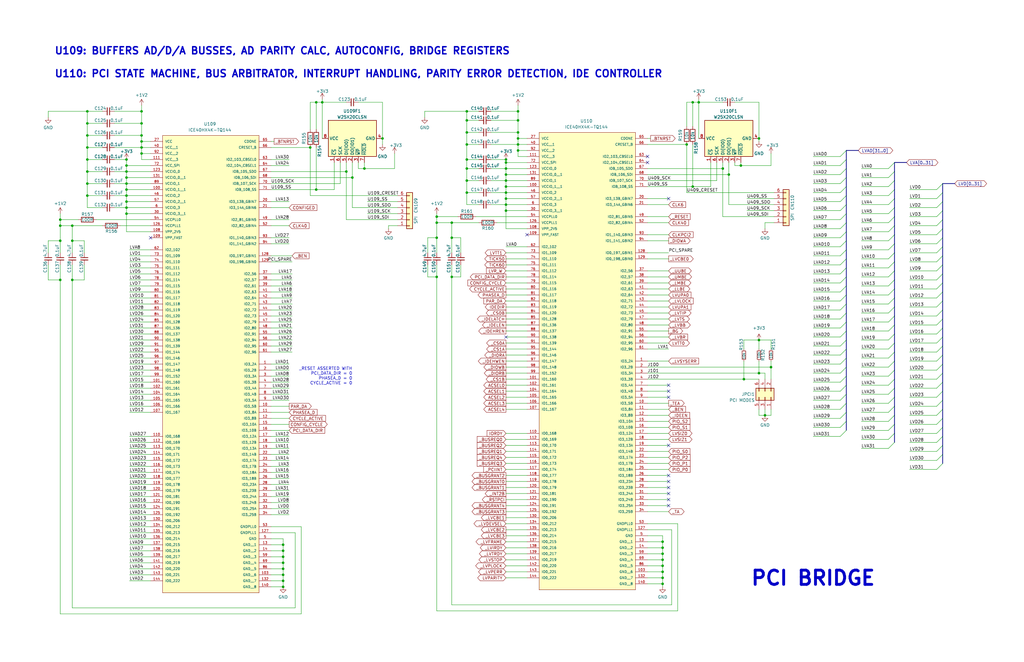
<source format=kicad_sch>
(kicad_sch (version 20231120) (generator "eeschema") (generator_version "8.0")
  (paper "B")
  (title_block (title "AMIGA PCI") (date "2024-04-30") (rev "3.0"))
  (junction (at 119.38 237.49))
  (junction (at 53.34 72.39))
  (junction (at 36.83 77.47))
  (junction (at 153.67 71.12))
  (junction (at 196.85 60.96))
  (junction (at 304.8 71.12))
  (junction (at 279.4 241.3))
  (junction (at 53.34 87.63))
  (junction (at 279.4 243.84))
  (junction (at 313.69 160.02))
  (junction (at 213.36 71.12))
  (junction (at 196.85 67.31))
  (junction (at 130.81 62.23))
  (junction (at 119.38 232.41))
  (junction (at 279.4 236.22))
  (junction (at 119.38 234.95))
  (junction (at 30.48 118.11))
  (junction (at 59.69 59.69))
  (junction (at 196.85 81.28))
  (junction (at 218.44 55.88))
  (junction (at 184.15 100.33))
  (junction (at 307.34 73.66))
  (junction (at 119.38 229.87))
  (junction (at 59.69 62.23))
  (junction (at 213.36 86.36))
  (junction (at 59.69 57.15))
  (junction (at 36.83 82.55))
  (junction (at 213.36 78.74))
  (junction (at 294.64 43.18))
  (junction (at 279.4 246.38))
  (junction (at 30.48 101.6))
  (junction (at 36.83 62.23))
  (junction (at 119.38 245.11))
  (junction (at 53.34 69.85))
  (junction (at 196.85 71.12))
  (junction (at 218.44 50.8))
  (junction (at 36.83 57.15))
  (junction (at 53.34 85.09))
  (junction (at 25.4 95.25))
  (junction (at 213.36 73.66))
  (junction (at 30.48 95.25))
  (junction (at 218.44 63.5))
  (junction (at 161.29 58.42))
  (junction (at 320.04 58.42))
  (junction (at 36.83 67.31))
  (junction (at 190.5 116.84))
  (junction (at 53.34 90.17))
  (junction (at 146.05 72.39))
  (junction (at 213.36 67.31))
  (junction (at 213.36 68.58))
  (junction (at 59.69 52.07))
  (junction (at 279.4 233.68))
  (junction (at 133.35 80.01))
  (junction (at 320.04 143.51))
  (junction (at 289.56 60.96))
  (junction (at 218.44 46.99))
  (junction (at 59.69 46.99))
  (junction (at 25.4 92.71))
  (junction (at 184.15 116.84))
  (junction (at 279.4 231.14))
  (junction (at 53.34 80.01))
  (junction (at 25.4 101.6))
  (junction (at 213.36 83.82))
  (junction (at 292.1 78.74))
  (junction (at 196.85 55.88))
  (junction (at 119.38 242.57))
  (junction (at 135.89 43.18))
  (junction (at 53.34 77.47))
  (junction (at 53.34 74.93))
  (junction (at 325.12 154.94))
  (junction (at 279.4 228.6))
  (junction (at 59.69 64.77))
  (junction (at 320.04 157.48))
  (junction (at 148.59 74.93))
  (junction (at 190.5 93.98))
  (junction (at 292.1 43.18))
  (junction (at 119.38 240.03))
  (junction (at 312.42 69.85))
  (junction (at 184.15 93.98))
  (junction (at 218.44 60.96))
  (junction (at 190.5 100.33))
  (junction (at 213.36 88.9))
  (junction (at 184.15 91.44))
  (junction (at 213.36 81.28))
  (junction (at 36.83 72.39))
  (junction (at 133.35 43.18))
  (junction (at 53.34 67.31))
  (junction (at 322.58 175.26))
  (junction (at 119.38 247.65))
  (junction (at 53.34 82.55))
  (junction (at 196.85 46.99))
  (junction (at 196.85 76.2))
  (junction (at 196.85 50.8))
  (junction (at 36.83 46.99))
  (junction (at 25.4 118.11))
  (junction (at 279.4 238.76))
  (junction (at 213.36 76.2))
  (junction (at 36.83 52.07))
  (junction (at 218.44 58.42))
  (no_connect (at 281.94 210.82))
  (no_connect (at 281.94 167.64))
  (no_connect (at 281.94 213.36))
  (no_connect (at 281.94 162.56))
  (no_connect (at 281.94 208.28))
  (no_connect (at 63.5 100.33))
  (no_connect (at 281.94 205.74))
  (no_connect (at 273.05 68.58))
  (no_connect (at 281.94 187.96))
  (no_connect (at 273.05 66.04))
  (no_connect (at 281.94 83.82))
  (no_connect (at 281.94 200.66))
  (no_connect (at 213.36 142.24))
  (no_connect (at 222.25 99.06))
  (no_connect (at 281.94 203.2))
  (no_connect (at 281.94 165.1))
  (bus_entry (at 394.97 87.63) (size 2.54 -2.54))
  (bus_entry (at 394.97 110.49) (size 2.54 -2.54))
  (bus_entry (at 354.33 115.57) (size 2.54 -2.54))
  (bus_entry (at 354.33 123.19) (size 2.54 -2.54))
  (bus_entry (at 374.65 78.74) (size 2.54 -2.54))
  (bus_entry (at 374.65 105.41) (size 2.54 -2.54))
  (bus_entry (at 354.33 138.43) (size 2.54 -2.54))
  (bus_entry (at 394.97 179.07) (size 2.54 -2.54))
  (bus_entry (at 394.97 106.68) (size 2.54 -2.54))
  (bus_entry (at 374.65 173.99) (size 2.54 -2.54))
  (bus_entry (at 394.97 99.06) (size 2.54 -2.54))
  (bus_entry (at 374.65 147.32) (size 2.54 -2.54))
  (bus_entry (at 394.97 133.35) (size 2.54 -2.54))
  (bus_entry (at 374.65 181.61) (size 2.54 -2.54))
  (bus_entry (at 354.33 130.81) (size 2.54 -2.54))
  (bus_entry (at 394.97 190.5) (size 2.54 -2.54))
  (bus_entry (at 354.33 85.09) (size 2.54 -2.54))
  (bus_entry (at 354.33 119.38) (size 2.54 -2.54))
  (bus_entry (at 354.33 180.34) (size 2.54 -2.54))
  (bus_entry (at 374.65 116.84) (size 2.54 -2.54))
  (bus_entry (at 394.97 80.01) (size 2.54 -2.54))
  (bus_entry (at 374.65 86.36) (size 2.54 -2.54))
  (bus_entry (at 394.97 114.3) (size 2.54 -2.54))
  (bus_entry (at 354.33 88.9) (size 2.54 -2.54))
  (bus_entry (at 354.33 66.04) (size 2.54 -2.54))
  (bus_entry (at 394.97 137.16) (size 2.54 -2.54))
  (bus_entry (at 374.65 132.08) (size 2.54 -2.54))
  (bus_entry (at 394.97 171.45) (size 2.54 -2.54))
  (bus_entry (at 394.97 167.64) (size 2.54 -2.54))
  (bus_entry (at 354.33 176.53) (size 2.54 -2.54))
  (bus_entry (at 374.65 143.51) (size 2.54 -2.54))
  (bus_entry (at 374.65 135.89) (size 2.54 -2.54))
  (bus_entry (at 394.97 125.73) (size 2.54 -2.54))
  (bus_entry (at 354.33 127) (size 2.54 -2.54))
  (bus_entry (at 374.65 93.98) (size 2.54 -2.54))
  (bus_entry (at 374.65 162.56) (size 2.54 -2.54))
  (bus_entry (at 374.65 97.79) (size 2.54 -2.54))
  (bus_entry (at 374.65 90.17) (size 2.54 -2.54))
  (bus_entry (at 374.65 74.93) (size 2.54 -2.54))
  (bus_entry (at 394.97 118.11) (size 2.54 -2.54))
  (bus_entry (at 354.33 146.05) (size 2.54 -2.54))
  (bus_entry (at 374.65 151.13) (size 2.54 -2.54))
  (bus_entry (at 354.33 69.85) (size 2.54 -2.54))
  (bus_entry (at 374.65 139.7) (size 2.54 -2.54))
  (bus_entry (at 354.33 92.71) (size 2.54 -2.54))
  (bus_entry (at 394.97 129.54) (size 2.54 -2.54))
  (bus_entry (at 374.65 120.65) (size 2.54 -2.54))
  (bus_entry (at 394.97 83.82) (size 2.54 -2.54))
  (bus_entry (at 394.97 163.83) (size 2.54 -2.54))
  (bus_entry (at 394.97 160.02) (size 2.54 -2.54))
  (bus_entry (at 374.65 101.6) (size 2.54 -2.54))
  (bus_entry (at 394.97 186.69) (size 2.54 -2.54))
  (bus_entry (at 374.65 170.18) (size 2.54 -2.54))
  (bus_entry (at 354.33 104.14) (size 2.54 -2.54))
  (bus_entry (at 394.97 156.21) (size 2.54 -2.54))
  (bus_entry (at 354.33 172.72) (size 2.54 -2.54))
  (bus_entry (at 374.65 154.94) (size 2.54 -2.54))
  (bus_entry (at 354.33 107.95) (size 2.54 -2.54))
  (bus_entry (at 394.97 194.31) (size 2.54 -2.54))
  (bus_entry (at 354.33 168.91) (size 2.54 -2.54))
  (bus_entry (at 354.33 73.66) (size 2.54 -2.54))
  (bus_entry (at 374.65 71.12) (size 2.54 -2.54))
  (bus_entry (at 394.97 102.87) (size 2.54 -2.54))
  (bus_entry (at 374.65 113.03) (size 2.54 -2.54))
  (bus_entry (at 354.33 157.48) (size 2.54 -2.54))
  (bus_entry (at 354.33 142.24) (size 2.54 -2.54))
  (bus_entry (at 354.33 96.52) (size 2.54 -2.54))
  (bus_entry (at 374.65 189.23) (size 2.54 -2.54))
  (bus_entry (at 394.97 121.92) (size 2.54 -2.54))
  (bus_entry (at 354.33 161.29) (size 2.54 -2.54))
  (bus_entry (at 374.65 166.37) (size 2.54 -2.54))
  (bus_entry (at 374.65 109.22) (size 2.54 -2.54))
  (bus_entry (at 374.65 158.75) (size 2.54 -2.54))
  (bus_entry (at 394.97 95.25) (size 2.54 -2.54))
  (bus_entry (at 394.97 144.78) (size 2.54 -2.54))
  (bus_entry (at 394.97 140.97) (size 2.54 -2.54))
  (bus_entry (at 354.33 153.67) (size 2.54 -2.54))
  (bus_entry (at 354.33 77.47) (size 2.54 -2.54))
  (bus_entry (at 394.97 182.88) (size 2.54 -2.54))
  (bus_entry (at 394.97 91.44) (size 2.54 -2.54))
  (bus_entry (at 374.65 128.27) (size 2.54 -2.54))
  (bus_entry (at 394.97 152.4) (size 2.54 -2.54))
  (bus_entry (at 374.65 185.42) (size 2.54 -2.54))
  (bus_entry (at 374.65 177.8) (size 2.54 -2.54))
  (bus_entry (at 354.33 81.28) (size 2.54 -2.54))
  (bus_entry (at 374.65 124.46) (size 2.54 -2.54))
  (bus_entry (at 354.33 100.33) (size 2.54 -2.54))
  (bus_entry (at 394.97 148.59) (size 2.54 -2.54))
  (bus_entry (at 354.33 149.86) (size 2.54 -2.54))
  (bus_entry (at 354.33 111.76) (size 2.54 -2.54))
  (bus_entry (at 354.33 134.62) (size 2.54 -2.54))
  (bus_entry (at 374.65 82.55) (size 2.54 -2.54))
  (bus_entry (at 354.33 165.1) (size 2.54 -2.54))
  (bus_entry (at 394.97 198.12) (size 2.54 -2.54))
  (bus_entry (at 354.33 184.15) (size 2.54 -2.54))
  (bus_entry (at 394.97 175.26) (size 2.54 -2.54))
  (wire (pts (xy 59.69 64.77) (xy 59.69 67.31)))
  (wire (pts (xy 285.75 220.98) (xy 273.05 220.98)))
  (wire (pts (xy 279.4 238.76) (xy 273.05 238.76)))
  (bus (pts (xy 356.87 135.89) (xy 356.87 139.7)))
  (wire (pts (xy 114.3 217.17) (xy 121.92 217.17)))
  (bus (pts (xy 397.51 134.62) (xy 397.51 138.43)))
  (wire (pts (xy 342.9 134.62) (xy 354.33 134.62)))
  (wire (pts (xy 63.5 64.77) (xy 59.69 64.77)))
  (wire (pts (xy 54.61 196.85) (xy 63.5 196.85)))
  (wire (pts (xy 383.54 118.11) (xy 394.97 118.11)))
  (wire (pts (xy 273.05 101.6) (xy 281.94 101.6)))
  (bus (pts (xy 377.19 160.02) (xy 377.19 163.83)))
  (wire (pts (xy 342.9 73.66) (xy 354.33 73.66)))
  (wire (pts (xy 273.05 91.44) (xy 281.94 91.44)))
  (wire (pts (xy 53.34 82.55) (xy 48.26 82.55)))
  (bus (pts (xy 397.51 149.86) (xy 397.51 153.67)))
  (wire (pts (xy 222.25 132.08) (xy 213.36 132.08)))
  (wire (pts (xy 307.34 73.66) (xy 307.34 86.36)))
  (bus (pts (xy 377.19 87.63) (xy 377.19 91.44)))
  (wire (pts (xy 63.5 123.19) (xy 54.61 123.19)))
  (wire (pts (xy 383.54 190.5) (xy 394.97 190.5)))
  (wire (pts (xy 63.5 92.71) (xy 40.64 92.71)))
  (bus (pts (xy 377.19 182.88) (xy 377.19 186.69)))
  (wire (pts (xy 273.05 195.58) (xy 281.94 195.58)))
  (wire (pts (xy 213.36 187.96) (xy 222.25 187.96)))
  (wire (pts (xy 292.1 43.18) (xy 292.1 53.34)))
  (wire (pts (xy 222.25 66.04) (xy 218.44 66.04)))
  (bus (pts (xy 356.87 124.46) (xy 356.87 128.27)))
  (wire (pts (xy 273.05 213.36) (xy 281.94 213.36)))
  (wire (pts (xy 114.3 138.43) (xy 123.19 138.43)))
  (wire (pts (xy 289.56 60.96) (xy 273.05 60.96)))
  (wire (pts (xy 222.25 78.74) (xy 213.36 78.74)))
  (wire (pts (xy 273.05 137.16) (xy 281.94 137.16)))
  (wire (pts (xy 121.92 156.21) (xy 114.3 156.21)))
  (wire (pts (xy 273.05 157.48) (xy 320.04 157.48)))
  (wire (pts (xy 218.44 55.88) (xy 218.44 58.42)))
  (wire (pts (xy 184.15 91.44) (xy 193.04 91.44)))
  (wire (pts (xy 213.36 203.2) (xy 222.25 203.2)))
  (wire (pts (xy 53.34 67.31) (xy 53.34 69.85)))
  (wire (pts (xy 222.25 172.72) (xy 213.36 172.72)))
  (bus (pts (xy 397.51 104.14) (xy 397.51 107.95)))
  (wire (pts (xy 114.3 181.61) (xy 121.92 181.61)))
  (wire (pts (xy 281.94 215.9) (xy 273.05 215.9)))
  (bus (pts (xy 397.51 81.28) (xy 397.51 85.09)))
  (wire (pts (xy 279.4 236.22) (xy 273.05 236.22)))
  (wire (pts (xy 63.5 158.75) (xy 54.61 158.75)))
  (wire (pts (xy 222.25 58.42) (xy 218.44 58.42)))
  (bus (pts (xy 356.87 86.36) (xy 356.87 90.17)))
  (wire (pts (xy 119.38 234.95) (xy 119.38 237.49)))
  (wire (pts (xy 363.22 185.42) (xy 374.65 185.42)))
  (wire (pts (xy 322.58 93.98) (xy 322.58 96.52)))
  (wire (pts (xy 363.22 181.61) (xy 374.65 181.61)))
  (bus (pts (xy 397.51 100.33) (xy 397.51 104.14)))
  (wire (pts (xy 289.56 53.34) (xy 289.56 43.18)))
  (wire (pts (xy 194.31 111.76) (xy 194.31 116.84)))
  (wire (pts (xy 63.5 80.01) (xy 53.34 80.01)))
  (bus (pts (xy 397.51 77.47) (xy 397.51 81.28)))
  (bus (pts (xy 397.51 107.95) (xy 397.51 111.76)))
  (bus (pts (xy 356.87 147.32) (xy 356.87 151.13)))
  (wire (pts (xy 63.5 118.11) (xy 54.61 118.11)))
  (wire (pts (xy 184.15 106.68) (xy 184.15 100.33)))
  (wire (pts (xy 213.36 149.86) (xy 222.25 149.86)))
  (wire (pts (xy 201.93 81.28) (xy 196.85 81.28)))
  (wire (pts (xy 121.92 212.09) (xy 114.3 212.09)))
  (wire (pts (xy 281.94 119.38) (xy 273.05 119.38)))
  (bus (pts (xy 377.19 76.2) (xy 377.19 80.01)))
  (wire (pts (xy 342.9 184.15) (xy 354.33 184.15)))
  (wire (pts (xy 294.64 43.18) (xy 304.8 43.18)))
  (wire (pts (xy 114.3 107.95) (xy 123.19 107.95)))
  (wire (pts (xy 161.29 43.18) (xy 151.13 43.18)))
  (wire (pts (xy 222.25 76.2) (xy 213.36 76.2)))
  (wire (pts (xy 222.25 88.9) (xy 213.36 88.9)))
  (wire (pts (xy 285.75 257.81) (xy 184.15 257.81)))
  (bus (pts (xy 377.19 106.68) (xy 377.19 110.49)))
  (wire (pts (xy 114.3 201.93) (xy 121.92 201.93)))
  (wire (pts (xy 53.34 74.93) (xy 53.34 77.47)))
  (wire (pts (xy 222.25 241.3) (xy 213.36 241.3)))
  (wire (pts (xy 53.34 67.31) (xy 48.26 67.31)))
  (wire (pts (xy 279.4 243.84) (xy 279.4 246.38)))
  (wire (pts (xy 43.18 52.07) (xy 36.83 52.07)))
  (wire (pts (xy 363.22 151.13) (xy 374.65 151.13)))
  (wire (pts (xy 63.5 146.05) (xy 54.61 146.05)))
  (wire (pts (xy 213.36 208.28) (xy 222.25 208.28)))
  (wire (pts (xy 146.05 72.39) (xy 114.3 72.39)))
  (wire (pts (xy 36.83 57.15) (xy 36.83 52.07)))
  (wire (pts (xy 114.3 186.69) (xy 121.92 186.69)))
  (wire (pts (xy 114.3 146.05) (xy 123.19 146.05)))
  (wire (pts (xy 140.97 80.01) (xy 140.97 68.58)))
  (wire (pts (xy 63.5 115.57) (xy 54.61 115.57)))
  (wire (pts (xy 54.61 194.31) (xy 63.5 194.31)))
  (wire (pts (xy 114.3 209.55) (xy 121.92 209.55)))
  (wire (pts (xy 281.94 124.46) (xy 273.05 124.46)))
  (wire (pts (xy 30.48 111.76) (xy 30.48 118.11)))
  (wire (pts (xy 54.61 209.55) (xy 63.5 209.55)))
  (wire (pts (xy 146.05 68.58) (xy 146.05 72.39)))
  (wire (pts (xy 273.05 73.66) (xy 307.34 73.66)))
  (wire (pts (xy 161.29 58.42) (xy 161.29 43.18)))
  (bus (pts (xy 356.87 173.99) (xy 356.87 177.8)))
  (wire (pts (xy 35.56 118.11) (xy 30.48 118.11)))
  (wire (pts (xy 279.4 243.84) (xy 273.05 243.84)))
  (wire (pts (xy 190.5 93.98) (xy 201.93 93.98)))
  (bus (pts (xy 397.51 123.19) (xy 397.51 127)))
  (wire (pts (xy 383.54 163.83) (xy 394.97 163.83)))
  (wire (pts (xy 213.36 147.32) (xy 222.25 147.32)))
  (wire (pts (xy 383.54 80.01) (xy 394.97 80.01)))
  (wire (pts (xy 342.9 149.86) (xy 354.33 149.86)))
  (wire (pts (xy 63.5 140.97) (xy 54.61 140.97)))
  (bus (pts (xy 377.19 110.49) (xy 377.19 114.3)))
  (bus (pts (xy 397.51 172.72) (xy 397.51 176.53)))
  (wire (pts (xy 314.96 83.82) (xy 326.39 83.82)))
  (wire (pts (xy 279.4 228.6) (xy 273.05 228.6)))
  (wire (pts (xy 222.25 114.3) (xy 213.36 114.3)))
  (wire (pts (xy 320.04 43.18) (xy 309.88 43.18)))
  (wire (pts (xy 273.05 160.02) (xy 313.69 160.02)))
  (wire (pts (xy 292.1 43.18) (xy 294.64 43.18)))
  (wire (pts (xy 383.54 129.54) (xy 394.97 129.54)))
  (wire (pts (xy 326.39 93.98) (xy 322.58 93.98)))
  (wire (pts (xy 213.36 88.9) (xy 213.36 96.52)))
  (wire (pts (xy 342.9 138.43) (xy 354.33 138.43)))
  (wire (pts (xy 363.22 109.22) (xy 374.65 109.22)))
  (wire (pts (xy 114.3 95.25) (xy 121.92 95.25)))
  (wire (pts (xy 273.05 154.94) (xy 325.12 154.94)))
  (wire (pts (xy 273.05 190.5) (xy 281.94 190.5)))
  (wire (pts (xy 63.5 82.55) (xy 53.34 82.55)))
  (wire (pts (xy 63.5 237.49) (xy 54.61 237.49)))
  (bus (pts (xy 377.19 129.54) (xy 377.19 133.35)))
  (wire (pts (xy 59.69 59.69) (xy 59.69 62.23)))
  (wire (pts (xy 130.81 54.61) (xy 130.81 43.18)))
  (wire (pts (xy 54.61 212.09) (xy 63.5 212.09)))
  (wire (pts (xy 325.12 69.85) (xy 312.42 69.85)))
  (wire (pts (xy 54.61 191.77) (xy 63.5 191.77)))
  (bus (pts (xy 377.19 167.64) (xy 377.19 171.45)))
  (wire (pts (xy 342.9 176.53) (xy 354.33 176.53)))
  (wire (pts (xy 121.92 166.37) (xy 114.3 166.37)))
  (wire (pts (xy 322.58 175.26) (xy 320.04 175.26)))
  (wire (pts (xy 222.25 63.5) (xy 218.44 63.5)))
  (wire (pts (xy 383.54 114.3) (xy 394.97 114.3)))
  (wire (pts (xy 279.4 241.3) (xy 279.4 243.84)))
  (wire (pts (xy 383.54 137.16) (xy 394.97 137.16)))
  (wire (pts (xy 146.05 92.71) (xy 146.05 72.39)))
  (wire (pts (xy 383.54 171.45) (xy 394.97 171.45)))
  (wire (pts (xy 121.92 207.01) (xy 114.3 207.01)))
  (wire (pts (xy 196.85 81.28) (xy 196.85 86.36)))
  (wire (pts (xy 213.36 152.4) (xy 222.25 152.4)))
  (wire (pts (xy 63.5 69.85) (xy 53.34 69.85)))
  (wire (pts (xy 320.04 59.69) (xy 320.04 58.42)))
  (wire (pts (xy 299.72 78.74) (xy 299.72 68.58)))
  (wire (pts (xy 363.22 86.36) (xy 374.65 86.36)))
  (wire (pts (xy 281.94 132.08) (xy 273.05 132.08)))
  (wire (pts (xy 133.35 43.18) (xy 133.35 54.61)))
  (wire (pts (xy 213.36 205.74) (xy 222.25 205.74)))
  (wire (pts (xy 194.31 100.33) (xy 190.5 100.33)))
  (wire (pts (xy 54.61 163.83) (xy 63.5 163.83)))
  (wire (pts (xy 322.58 157.48) (xy 320.04 157.48)))
  (wire (pts (xy 63.5 133.35) (xy 54.61 133.35)))
  (wire (pts (xy 54.61 207.01) (xy 63.5 207.01)))
  (wire (pts (xy 213.36 144.78) (xy 222.25 144.78)))
  (wire (pts (xy 383.54 125.73) (xy 394.97 125.73)))
  (wire (pts (xy 140.97 80.01) (xy 133.35 80.01)))
  (wire (pts (xy 127 222.25) (xy 127 259.08)))
  (wire (pts (xy 218.44 60.96) (xy 207.01 60.96)))
  (bus (pts (xy 377.19 68.58) (xy 382.27 68.58)))
  (wire (pts (xy 325.12 143.51) (xy 320.04 143.51)))
  (wire (pts (xy 281.94 129.54) (xy 273.05 129.54)))
  (bus (pts (xy 356.87 166.37) (xy 356.87 170.18)))
  (wire (pts (xy 184.15 116.84) (xy 180.34 116.84)))
  (wire (pts (xy 54.61 107.95) (xy 63.5 107.95)))
  (wire (pts (xy 363.22 128.27) (xy 374.65 128.27)))
  (wire (pts (xy 342.9 85.09) (xy 354.33 85.09)))
  (wire (pts (xy 363.22 90.17) (xy 374.65 90.17)))
  (wire (pts (xy 222.25 71.12) (xy 213.36 71.12)))
  (wire (pts (xy 184.15 93.98) (xy 184.15 100.33)))
  (wire (pts (xy 59.69 62.23) (xy 59.69 64.77)))
  (wire (pts (xy 25.4 259.08) (xy 25.4 118.11)))
  (wire (pts (xy 218.44 63.5) (xy 218.44 66.04)))
  (wire (pts (xy 279.4 246.38) (xy 279.4 247.65)))
  (wire (pts (xy 363.22 173.99) (xy 374.65 173.99)))
  (wire (pts (xy 53.34 69.85) (xy 53.34 72.39)))
  (wire (pts (xy 363.22 124.46) (xy 374.65 124.46)))
  (wire (pts (xy 292.1 60.96) (xy 292.1 78.74)))
  (wire (pts (xy 273.05 203.2) (xy 281.94 203.2)))
  (wire (pts (xy 342.9 130.81) (xy 354.33 130.81)))
  (wire (pts (xy 59.69 52.07) (xy 59.69 57.15)))
  (wire (pts (xy 54.61 214.63) (xy 63.5 214.63)))
  (wire (pts (xy 63.5 219.71) (xy 54.61 219.71)))
  (wire (pts (xy 114.3 140.97) (xy 123.19 140.97)))
  (wire (pts (xy 281.94 198.12) (xy 273.05 198.12)))
  (bus (pts (xy 356.87 74.93) (xy 356.87 78.74)))
  (wire (pts (xy 279.4 238.76) (xy 279.4 241.3)))
  (wire (pts (xy 119.38 227.33) (xy 114.3 227.33)))
  (wire (pts (xy 383.54 160.02) (xy 394.97 160.02)))
  (wire (pts (xy 363.22 170.18) (xy 374.65 170.18)))
  (wire (pts (xy 63.5 232.41) (xy 54.61 232.41)))
  (wire (pts (xy 222.25 154.94) (xy 213.36 154.94)))
  (bus (pts (xy 377.19 118.11) (xy 377.19 121.92)))
  (wire (pts (xy 285.75 220.98) (xy 285.75 257.81)))
  (wire (pts (xy 222.25 127) (xy 213.36 127)))
  (wire (pts (xy 222.25 81.28) (xy 213.36 81.28)))
  (wire (pts (xy 53.34 82.55) (xy 53.34 85.09)))
  (wire (pts (xy 281.94 162.56) (xy 273.05 162.56)))
  (bus (pts (xy 397.51 142.24) (xy 397.51 146.05)))
  (wire (pts (xy 114.3 204.47) (xy 121.92 204.47)))
  (wire (pts (xy 166.37 64.77) (xy 166.37 71.12)))
  (bus (pts (xy 377.19 99.06) (xy 377.19 102.87)))
  (wire (pts (xy 213.36 193.04) (xy 222.25 193.04)))
  (wire (pts (xy 213.36 67.31) (xy 213.36 68.58)))
  (wire (pts (xy 213.36 142.24) (xy 222.25 142.24)))
  (wire (pts (xy 218.44 46.99) (xy 218.44 50.8)))
  (wire (pts (xy 53.34 97.79) (xy 63.5 97.79)))
  (wire (pts (xy 342.9 168.91) (xy 354.33 168.91)))
  (wire (pts (xy 213.36 215.9) (xy 222.25 215.9)))
  (bus (pts (xy 397.51 187.96) (xy 397.51 191.77)))
  (wire (pts (xy 383.54 156.21) (xy 394.97 156.21)))
  (wire (pts (xy 273.05 193.04) (xy 281.94 193.04)))
  (bus (pts (xy 397.51 168.91) (xy 397.51 172.72)))
  (wire (pts (xy 63.5 227.33) (xy 54.61 227.33)))
  (wire (pts (xy 213.36 182.88) (xy 222.25 182.88)))
  (wire (pts (xy 342.9 157.48) (xy 354.33 157.48)))
  (wire (pts (xy 53.34 77.47) (xy 48.26 77.47)))
  (bus (pts (xy 397.51 130.81) (xy 397.51 134.62)))
  (wire (pts (xy 63.5 171.45) (xy 54.61 171.45)))
  (wire (pts (xy 153.67 71.12) (xy 151.13 71.12)))
  (wire (pts (xy 213.36 231.14) (xy 222.25 231.14)))
  (wire (pts (xy 35.56 106.68) (xy 35.56 101.6)))
  (wire (pts (xy 279.4 236.22) (xy 279.4 238.76)))
  (wire (pts (xy 133.35 62.23) (xy 133.35 80.01)))
  (wire (pts (xy 342.9 104.14) (xy 354.33 104.14)))
  (bus (pts (xy 377.19 175.26) (xy 377.19 179.07)))
  (wire (pts (xy 222.25 91.44) (xy 200.66 91.44)))
  (wire (pts (xy 307.34 68.58) (xy 307.34 73.66)))
  (wire (pts (xy 43.18 82.55) (xy 36.83 82.55)))
  (wire (pts (xy 114.3 87.63) (xy 121.92 87.63)))
  (wire (pts (xy 121.92 153.67) (xy 114.3 153.67)))
  (wire (pts (xy 325.12 175.26) (xy 325.12 172.72)))
  (wire (pts (xy 383.54 175.26) (xy 394.97 175.26)))
  (wire (pts (xy 184.15 116.84) (xy 184.15 111.76)))
  (wire (pts (xy 54.61 242.57) (xy 63.5 242.57)))
  (wire (pts (xy 342.9 123.19) (xy 354.33 123.19)))
  (wire (pts (xy 273.05 177.8) (xy 281.94 177.8)))
  (wire (pts (xy 322.58 172.72) (xy 322.58 175.26)))
  (wire (pts (xy 273.05 139.7) (xy 281.94 139.7)))
  (wire (pts (xy 273.05 205.74) (xy 281.94 205.74)))
  (wire (pts (xy 383.54 110.49) (xy 394.97 110.49)))
  (wire (pts (xy 363.22 74.93) (xy 374.65 74.93)))
  (bus (pts (xy 356.87 132.08) (xy 356.87 135.89)))
  (wire (pts (xy 63.5 148.59) (xy 54.61 148.59)))
  (wire (pts (xy 281.94 127) (xy 273.05 127)))
  (wire (pts (xy 222.25 83.82) (xy 213.36 83.82)))
  (wire (pts (xy 289.56 81.28) (xy 289.56 60.96)))
  (wire (pts (xy 20.32 46.99) (xy 20.32 49.53)))
  (bus (pts (xy 356.87 116.84) (xy 356.87 120.65)))
  (wire (pts (xy 213.36 71.12) (xy 207.01 71.12)))
  (wire (pts (xy 54.61 189.23) (xy 63.5 189.23)))
  (wire (pts (xy 163.83 95.25) (xy 163.83 96.52)))
  (wire (pts (xy 130.81 82.55) (xy 130.81 62.23)))
  (wire (pts (xy 25.4 118.11) (xy 25.4 111.76)))
  (wire (pts (xy 342.9 107.95) (xy 354.33 107.95)))
  (bus (pts (xy 356.87 177.8) (xy 356.87 181.61)))
  (wire (pts (xy 279.4 226.06) (xy 279.4 228.6)))
  (wire (pts (xy 190.5 111.76) (xy 190.5 116.84)))
  (wire (pts (xy 114.3 102.87) (xy 121.92 102.87)))
  (wire (pts (xy 213.36 210.82) (xy 222.25 210.82)))
  (wire (pts (xy 363.22 97.79) (xy 374.65 97.79)))
  (wire (pts (xy 222.25 86.36) (xy 213.36 86.36)))
  (wire (pts (xy 190.5 106.68) (xy 190.5 100.33)))
  (wire (pts (xy 114.3 92.71) (xy 121.92 92.71)))
  (wire (pts (xy 222.25 111.76) (xy 213.36 111.76)))
  (wire (pts (xy 196.85 60.96) (xy 196.85 55.88)))
  (wire (pts (xy 218.44 50.8) (xy 207.01 50.8)))
  (bus (pts (xy 397.51 77.47) (xy 402.59 77.47)))
  (wire (pts (xy 143.51 77.47) (xy 114.3 77.47)))
  (wire (pts (xy 190.5 100.33) (xy 190.5 93.98)))
  (wire (pts (xy 114.3 173.99) (xy 121.92 173.99)))
  (wire (pts (xy 201.93 60.96) (xy 196.85 60.96)))
  (wire (pts (xy 190.5 116.84) (xy 190.5 255.27)))
  (wire (pts (xy 363.22 177.8) (xy 374.65 177.8)))
  (wire (pts (xy 119.38 245.11) (xy 119.38 247.65)))
  (bus (pts (xy 397.51 191.77) (xy 397.51 195.58)))
  (wire (pts (xy 383.54 121.92) (xy 394.97 121.92)))
  (bus (pts (xy 377.19 121.92) (xy 377.19 125.73)))
  (wire (pts (xy 201.93 86.36) (xy 196.85 86.36)))
  (wire (pts (xy 363.22 132.08) (xy 374.65 132.08)))
  (wire (pts (xy 54.61 217.17) (xy 63.5 217.17)))
  (bus (pts (xy 397.51 119.38) (xy 397.51 123.19)))
  (bus (pts (xy 397.51 127) (xy 397.51 130.81)))
  (bus (pts (xy 377.19 91.44) (xy 377.19 95.25)))
  (bus (pts (xy 397.51 165.1) (xy 397.51 168.91)))
  (wire (pts (xy 383.54 106.68) (xy 394.97 106.68)))
  (wire (pts (xy 54.61 199.39) (xy 63.5 199.39)))
  (wire (pts (xy 36.83 72.39) (xy 36.83 77.47)))
  (wire (pts (xy 59.69 57.15) (xy 48.26 57.15)))
  (wire (pts (xy 213.36 185.42) (xy 222.25 185.42)))
  (bus (pts (xy 397.51 88.9) (xy 397.51 92.71)))
  (wire (pts (xy 114.3 189.23) (xy 121.92 189.23)))
  (wire (pts (xy 273.05 109.22) (xy 281.94 109.22)))
  (wire (pts (xy 154.94 85.09) (xy 167.64 85.09)))
  (wire (pts (xy 273.05 83.82) (xy 281.94 83.82)))
  (bus (pts (xy 377.19 114.3) (xy 377.19 118.11)))
  (bus (pts (xy 377.19 156.21) (xy 377.19 160.02)))
  (wire (pts (xy 279.4 246.38) (xy 273.05 246.38)))
  (wire (pts (xy 59.69 44.45) (xy 59.69 46.99)))
  (wire (pts (xy 294.64 43.18) (xy 294.64 41.91)))
  (bus (pts (xy 377.19 72.39) (xy 377.19 76.2)))
  (wire (pts (xy 196.85 67.31) (xy 196.85 60.96)))
  (bus (pts (xy 356.87 158.75) (xy 356.87 162.56)))
  (wire (pts (xy 63.5 110.49) (xy 54.61 110.49)))
  (wire (pts (xy 124.46 256.54) (xy 124.46 224.79)))
  (wire (pts (xy 325.12 154.94) (xy 325.12 160.02)))
  (bus (pts (xy 377.19 179.07) (xy 377.19 182.88)))
  (wire (pts (xy 114.3 143.51) (xy 123.19 143.51)))
  (wire (pts (xy 363.22 143.51) (xy 374.65 143.51)))
  (wire (pts (xy 213.36 67.31) (xy 207.01 67.31)))
  (wire (pts (xy 273.05 185.42) (xy 281.94 185.42)))
  (wire (pts (xy 213.36 116.84) (xy 222.25 116.84)))
  (wire (pts (xy 383.54 95.25) (xy 394.97 95.25)))
  (wire (pts (xy 114.3 74.93) (xy 148.59 74.93)))
  (wire (pts (xy 63.5 120.65) (xy 54.61 120.65)))
  (wire (pts (xy 213.36 109.22) (xy 222.25 109.22)))
  (wire (pts (xy 59.69 52.07) (xy 48.26 52.07)))
  (wire (pts (xy 123.19 115.57) (xy 114.3 115.57)))
  (wire (pts (xy 363.22 189.23) (xy 374.65 189.23)))
  (wire (pts (xy 213.36 68.58) (xy 213.36 71.12)))
  (wire (pts (xy 273.05 144.78) (xy 281.94 144.78)))
  (wire (pts (xy 119.38 229.87) (xy 119.38 232.41)))
  (wire (pts (xy 213.36 78.74) (xy 213.36 81.28)))
  (wire (pts (xy 25.4 101.6) (xy 20.32 101.6)))
  (wire (pts (xy 383.54 83.82) (xy 394.97 83.82)))
  (wire (pts (xy 342.9 153.67) (xy 354.33 153.67)))
  (wire (pts (xy 54.61 186.69) (xy 63.5 186.69)))
  (wire (pts (xy 63.5 222.25) (xy 54.61 222.25)))
  (wire (pts (xy 201.93 50.8) (xy 196.85 50.8)))
  (bus (pts (xy 377.19 171.45) (xy 377.19 175.26)))
  (wire (pts (xy 281.94 170.18) (xy 273.05 170.18)))
  (wire (pts (xy 166.37 71.12) (xy 153.67 71.12)))
  (wire (pts (xy 363.22 116.84) (xy 374.65 116.84)))
  (wire (pts (xy 213.36 233.68) (xy 222.25 233.68)))
  (wire (pts (xy 53.34 90.17) (xy 53.34 97.79)))
  (wire (pts (xy 119.38 242.57) (xy 114.3 242.57)))
  (wire (pts (xy 322.58 160.02) (xy 322.58 157.48)))
  (wire (pts (xy 222.25 165.1) (xy 213.36 165.1)))
  (wire (pts (xy 342.9 161.29) (xy 354.33 161.29)))
  (wire (pts (xy 281.94 172.72) (xy 273.05 172.72)))
  (bus (pts (xy 356.87 82.55) (xy 356.87 86.36)))
  (wire (pts (xy 114.3 158.75) (xy 121.92 158.75)))
  (wire (pts (xy 363.22 105.41) (xy 374.65 105.41)))
  (bus (pts (xy 356.87 63.5) (xy 356.87 67.31)))
  (wire (pts (xy 53.34 80.01) (xy 53.34 82.55)))
  (wire (pts (xy 121.92 194.31) (xy 114.3 194.31)))
  (wire (pts (xy 59.69 57.15) (xy 59.69 59.69)))
  (bus (pts (xy 356.87 139.7) (xy 356.87 143.51)))
  (wire (pts (xy 383.54 167.64) (xy 394.97 167.64)))
  (wire (pts (xy 363.22 78.74) (xy 374.65 78.74)))
  (wire (pts (xy 196.85 76.2) (xy 196.85 81.28)))
  (wire (pts (xy 196.85 50.8) (xy 196.85 46.99)))
  (wire (pts (xy 54.61 201.93) (xy 63.5 201.93)))
  (wire (pts (xy 43.18 77.47) (xy 36.83 77.47)))
  (bus (pts (xy 356.87 109.22) (xy 356.87 113.03)))
  (bus (pts (xy 397.51 157.48) (xy 397.51 161.29)))
  (wire (pts (xy 283.21 223.52) (xy 273.05 223.52)))
  (wire (pts (xy 25.4 92.71) (xy 33.02 92.71)))
  (wire (pts (xy 383.54 179.07) (xy 394.97 179.07)))
  (wire (pts (xy 273.05 99.06) (xy 281.94 99.06)))
  (wire (pts (xy 148.59 74.93) (xy 148.59 68.58)))
  (bus (pts (xy 356.87 63.5) (xy 361.95 63.5)))
  (wire (pts (xy 123.19 128.27) (xy 114.3 128.27)))
  (wire (pts (xy 222.25 106.68) (xy 213.36 106.68)))
  (wire (pts (xy 30.48 118.11) (xy 30.48 256.54)))
  (wire (pts (xy 36.83 52.07) (xy 36.83 46.99)))
  (wire (pts (xy 54.61 153.67) (xy 63.5 153.67)))
  (wire (pts (xy 273.05 180.34) (xy 281.94 180.34)))
  (wire (pts (xy 179.07 46.99) (xy 179.07 49.53)))
  (wire (pts (xy 36.83 67.31) (xy 36.83 72.39)))
  (wire (pts (xy 119.38 240.03) (xy 114.3 240.03)))
  (wire (pts (xy 273.05 106.68) (xy 281.94 106.68)))
  (wire (pts (xy 190.5 255.27) (xy 283.21 255.27)))
  (wire (pts (xy 309.88 68.58) (xy 309.88 69.85)))
  (wire (pts (xy 363.22 139.7) (xy 374.65 139.7)))
  (wire (pts (xy 63.5 74.93) (xy 53.34 74.93)))
  (wire (pts (xy 383.54 91.44) (xy 394.97 91.44)))
  (bus (pts (xy 377.19 80.01) (xy 377.19 83.82)))
  (wire (pts (xy 53.34 77.47) (xy 53.34 80.01)))
  (wire (pts (xy 36.83 62.23) (xy 36.83 57.15)))
  (wire (pts (xy 123.19 130.81) (xy 114.3 130.81)))
  (wire (pts (xy 167.64 82.55) (xy 130.81 82.55)))
  (wire (pts (xy 312.42 69.85) (xy 309.88 69.85)))
  (wire (pts (xy 121.92 168.91) (xy 114.3 168.91)))
  (bus (pts (xy 377.19 140.97) (xy 377.19 144.78)))
  (wire (pts (xy 63.5 128.27) (xy 54.61 128.27)))
  (wire (pts (xy 119.38 227.33) (xy 119.38 229.87)))
  (bus (pts (xy 397.51 85.09) (xy 397.51 88.9)))
  (wire (pts (xy 123.19 120.65) (xy 114.3 120.65)))
  (wire (pts (xy 218.44 44.45) (xy 218.44 46.99)))
  (wire (pts (xy 53.34 85.09) (xy 53.34 87.63)))
  (wire (pts (xy 35.56 101.6) (xy 30.48 101.6)))
  (wire (pts (xy 279.4 228.6) (xy 279.4 231.14)))
  (wire (pts (xy 383.54 194.31) (xy 394.97 194.31)))
  (wire (pts (xy 213.36 76.2) (xy 207.01 76.2)))
  (wire (pts (xy 30.48 101.6) (xy 30.48 95.25)))
  (wire (pts (xy 148.59 74.93) (xy 148.59 87.63)))
  (wire (pts (xy 25.4 118.11) (xy 20.32 118.11)))
  (wire (pts (xy 292.1 78.74) (xy 273.05 78.74)))
  (wire (pts (xy 119.38 247.65) (xy 114.3 247.65)))
  (wire (pts (xy 363.22 113.03) (xy 374.65 113.03)))
  (wire (pts (xy 222.25 137.16) (xy 213.36 137.16)))
  (wire (pts (xy 320.04 143.51) (xy 320.04 147.32)))
  (wire (pts (xy 320.04 152.4) (xy 320.04 157.48)))
  (wire (pts (xy 151.13 68.58) (xy 151.13 71.12)))
  (wire (pts (xy 63.5 77.47) (xy 53.34 77.47)))
  (wire (pts (xy 213.36 160.02) (xy 222.25 160.02)))
  (wire (pts (xy 114.3 69.85) (xy 121.92 69.85)))
  (wire (pts (xy 213.36 81.28) (xy 213.36 83.82)))
  (wire (pts (xy 325.12 152.4) (xy 325.12 154.94)))
  (bus (pts (xy 397.51 184.15) (xy 397.51 187.96)))
  (wire (pts (xy 114.3 100.33) (xy 121.92 100.33)))
  (bus (pts (xy 356.87 151.13) (xy 356.87 154.94)))
  (wire (pts (xy 363.22 120.65) (xy 374.65 120.65)))
  (wire (pts (xy 222.25 104.14) (xy 213.36 104.14)))
  (wire (pts (xy 135.89 43.18) (xy 146.05 43.18)))
  (wire (pts (xy 213.36 190.5) (xy 222.25 190.5)))
  (wire (pts (xy 281.94 152.4) (xy 273.05 152.4)))
  (wire (pts (xy 325.12 64.77) (xy 325.12 69.85)))
  (wire (pts (xy 273.05 86.36) (xy 281.94 86.36)))
  (wire (pts (xy 36.83 46.99) (xy 43.18 46.99)))
  (bus (pts (xy 356.87 105.41) (xy 356.87 109.22)))
  (bus (pts (xy 356.87 170.18) (xy 356.87 173.99)))
  (bus (pts (xy 356.87 71.12) (xy 356.87 74.93)))
  (wire (pts (xy 213.36 213.36) (xy 222.25 213.36)))
  (wire (pts (xy 279.4 226.06) (xy 273.05 226.06)))
  (bus (pts (xy 356.87 128.27) (xy 356.87 132.08)))
  (bus (pts (xy 397.51 115.57) (xy 397.51 119.38)))
  (wire (pts (xy 53.34 87.63) (xy 48.26 87.63)))
  (wire (pts (xy 218.44 55.88) (xy 207.01 55.88)))
  (wire (pts (xy 342.9 142.24) (xy 354.33 142.24)))
  (wire (pts (xy 63.5 151.13) (xy 54.61 151.13)))
  (wire (pts (xy 123.19 118.11) (xy 114.3 118.11)))
  (wire (pts (xy 273.05 182.88) (xy 281.94 182.88)))
  (wire (pts (xy 273.05 175.26) (xy 281.94 175.26)))
  (wire (pts (xy 304.8 91.44) (xy 326.39 91.44)))
  (wire (pts (xy 114.3 191.77) (xy 121.92 191.77)))
  (wire (pts (xy 54.61 184.15) (xy 63.5 184.15)))
  (wire (pts (xy 130.81 43.18) (xy 133.35 43.18)))
  (wire (pts (xy 25.4 92.71) (xy 25.4 95.25)))
  (wire (pts (xy 130.81 62.23) (xy 114.3 62.23)))
  (wire (pts (xy 363.22 135.89) (xy 374.65 135.89)))
  (wire (pts (xy 119.38 245.11) (xy 114.3 245.11)))
  (bus (pts (xy 356.87 154.94) (xy 356.87 158.75)))
  (wire (pts (xy 320.04 160.02) (xy 313.69 160.02)))
  (bus (pts (xy 397.51 153.67) (xy 397.51 157.48)))
  (bus (pts (xy 377.19 148.59) (xy 377.19 152.4)))
  (bus (pts (xy 356.87 143.51) (xy 356.87 147.32)))
  (wire (pts (xy 114.3 133.35) (xy 123.19 133.35)))
  (wire (pts (xy 196.85 46.99) (xy 201.93 46.99)))
  (wire (pts (xy 54.61 204.47) (xy 63.5 204.47)))
  (wire (pts (xy 43.18 62.23) (xy 36.83 62.23)))
  (wire (pts (xy 194.31 116.84) (xy 190.5 116.84)))
  (wire (pts (xy 196.85 67.31) (xy 196.85 71.12)))
  (wire (pts (xy 218.44 58.42) (xy 218.44 60.96)))
  (wire (pts (xy 154.94 90.17) (xy 167.64 90.17)))
  (wire (pts (xy 342.9 100.33) (xy 354.33 100.33)))
  (wire (pts (xy 222.25 238.76) (xy 213.36 238.76)))
  (wire (pts (xy 363.22 93.98) (xy 374.65 93.98)))
  (bus (pts (xy 397.51 146.05) (xy 397.51 149.86)))
  (wire (pts (xy 273.05 142.24) (xy 281.94 142.24)))
  (wire (pts (xy 63.5 87.63) (xy 53.34 87.63)))
  (bus (pts (xy 356.87 90.17) (xy 356.87 93.98)))
  (wire (pts (xy 222.25 167.64) (xy 213.36 167.64)))
  (wire (pts (xy 114.3 199.39) (xy 121.92 199.39)))
  (wire (pts (xy 383.54 144.78) (xy 394.97 144.78)))
  (wire (pts (xy 222.25 93.98) (xy 209.55 93.98)))
  (wire (pts (xy 342.9 180.34) (xy 354.33 180.34)))
  (wire (pts (xy 304.8 71.12) (xy 304.8 91.44)))
  (wire (pts (xy 63.5 85.09) (xy 53.34 85.09)))
  (wire (pts (xy 294.64 58.42) (xy 294.64 43.18)))
  (wire (pts (xy 312.42 68.58) (xy 312.42 69.85)))
  (wire (pts (xy 54.61 245.11) (xy 63.5 245.11)))
  (wire (pts (xy 213.36 198.12) (xy 222.25 198.12)))
  (wire (pts (xy 63.5 67.31) (xy 59.69 67.31)))
  (wire (pts (xy 222.25 157.48) (xy 213.36 157.48)))
  (wire (pts (xy 114.3 85.09) (xy 121.92 85.09)))
  (bus (pts (xy 377.19 137.16) (xy 377.19 140.97)))
  (wire (pts (xy 201.93 76.2) (xy 196.85 76.2)))
  (wire (pts (xy 63.5 138.43) (xy 54.61 138.43)))
  (wire (pts (xy 213.36 96.52) (xy 222.25 96.52)))
  (wire (pts (xy 184.15 91.44) (xy 184.15 93.98)))
  (wire (pts (xy 63.5 166.37) (xy 54.61 166.37)))
  (wire (pts (xy 302.26 76.2) (xy 273.05 76.2)))
  (wire (pts (xy 119.38 229.87) (xy 114.3 229.87)))
  (wire (pts (xy 281.94 116.84) (xy 273.05 116.84)))
  (wire (pts (xy 222.25 68.58) (xy 213.36 68.58)))
  (wire (pts (xy 342.9 165.1) (xy 354.33 165.1)))
  (wire (pts (xy 313.69 152.4) (xy 313.69 160.02)))
  (wire (pts (xy 342.9 119.38) (xy 354.33 119.38)))
  (wire (pts (xy 304.8 68.58) (xy 304.8 71.12)))
  (wire (pts (xy 201.93 71.12) (xy 196.85 71.12)))
  (wire (pts (xy 383.54 182.88) (xy 394.97 182.88)))
  (wire (pts (xy 119.38 237.49) (xy 119.38 240.03)))
  (wire (pts (xy 30.48 256.54) (xy 124.46 256.54)))
  (wire (pts (xy 322.58 175.26) (xy 325.12 175.26)))
  (wire (pts (xy 184.15 257.81) (xy 184.15 116.84)))
  (wire (pts (xy 30.48 106.68) (xy 30.48 101.6)))
  (wire (pts (xy 114.3 59.69) (xy 115.57 59.69)))
  (wire (pts (xy 222.25 220.98) (xy 213.36 220.98)))
  (wire (pts (xy 213.36 218.44) (xy 222.25 218.44)))
  (wire (pts (xy 222.25 228.6) (xy 213.36 228.6)))
  (wire (pts (xy 383.54 186.69) (xy 394.97 186.69)))
  (wire (pts (xy 121.92 163.83) (xy 114.3 163.83)))
  (wire (pts (xy 213.36 124.46) (xy 222.25 124.46)))
  (wire (pts (xy 283.21 255.27) (xy 283.21 223.52)))
  (wire (pts (xy 63.5 240.03) (xy 54.61 240.03)))
  (wire (pts (xy 123.19 123.19) (xy 114.3 123.19)))
  (wire (pts (xy 63.5 234.95) (xy 54.61 234.95)))
  (wire (pts (xy 326.39 81.28) (xy 289.56 81.28)))
  (wire (pts (xy 63.5 90.17) (xy 53.34 90.17)))
  (wire (pts (xy 213.36 71.12) (xy 213.36 73.66)))
  (wire (pts (xy 30.48 95.25) (xy 43.18 95.25)))
  (wire (pts (xy 383.54 133.35) (xy 394.97 133.35)))
  (wire (pts (xy 63.5 143.51) (xy 54.61 143.51)))
  (wire (pts (xy 36.83 77.47) (xy 36.83 82.55)))
  (wire (pts (xy 119.38 237.49) (xy 114.3 237.49)))
  (bus (pts (xy 377.19 152.4) (xy 377.19 156.21)))
  (wire (pts (xy 222.25 73.66) (xy 213.36 73.66)))
  (wire (pts (xy 273.05 58.42) (xy 274.32 58.42)))
  (bus (pts (xy 356.87 78.74) (xy 356.87 82.55)))
  (wire (pts (xy 218.44 60.96) (xy 218.44 63.5)))
  (wire (pts (xy 363.22 101.6) (xy 374.65 101.6)))
  (wire (pts (xy 43.18 72.39) (xy 36.83 72.39)))
  (wire (pts (xy 213.36 200.66) (xy 222.25 200.66)))
  (wire (pts (xy 25.4 95.25) (xy 25.4 101.6)))
  (wire (pts (xy 273.05 165.1) (xy 281.94 165.1)))
  (wire (pts (xy 63.5 224.79) (xy 54.61 224.79)))
  (wire (pts (xy 25.4 106.68) (xy 25.4 101.6)))
  (wire (pts (xy 53.34 72.39) (xy 48.26 72.39)))
  (wire (pts (xy 383.54 152.4) (xy 394.97 152.4)))
  (wire (pts (xy 342.9 115.57) (xy 354.33 115.57)))
  (wire (pts (xy 119.38 232.41) (xy 119.38 234.95)))
  (wire (pts (xy 213.36 73.66) (xy 213.36 76.2)))
  (wire (pts (xy 281.94 121.92) (xy 273.05 121.92)))
  (wire (pts (xy 63.5 173.99) (xy 54.61 173.99)))
  (wire (pts (xy 218.44 46.99) (xy 207.01 46.99)))
  (wire (pts (xy 201.93 55.88) (xy 196.85 55.88)))
  (wire (pts (xy 20.32 46.99) (xy 36.83 46.99)))
  (wire (pts (xy 63.5 229.87) (xy 54.61 229.87)))
  (wire (pts (xy 63.5 161.29) (xy 54.61 161.29)))
  (bus (pts (xy 356.87 162.56) (xy 356.87 166.37)))
  (wire (pts (xy 222.25 236.22) (xy 213.36 236.22)))
  (wire (pts (xy 114.3 179.07) (xy 121.92 179.07)))
  (wire (pts (xy 119.38 242.57) (xy 119.38 245.11)))
  (wire (pts (xy 20.32 118.11) (xy 20.32 111.76)))
  (wire (pts (xy 222.25 162.56) (xy 213.36 162.56)))
  (wire (pts (xy 342.9 96.52) (xy 354.33 96.52)))
  (wire (pts (xy 363.22 71.12) (xy 374.65 71.12)))
  (wire (pts (xy 273.05 134.62) (xy 281.94 134.62)))
  (wire (pts (xy 127 222.25) (xy 114.3 222.25)))
  (wire (pts (xy 63.5 72.39) (xy 53.34 72.39)))
  (bus (pts (xy 397.51 176.53) (xy 397.51 180.34)))
  (wire (pts (xy 180.34 116.84) (xy 180.34 111.76)))
  (wire (pts (xy 146.05 92.71) (xy 167.64 92.71)))
  (wire (pts (xy 363.22 154.94) (xy 374.65 154.94)))
  (wire (pts (xy 63.5 135.89) (xy 54.61 135.89)))
  (wire (pts (xy 299.72 78.74) (xy 292.1 78.74)))
  (wire (pts (xy 213.36 121.92) (xy 222.25 121.92)))
  (wire (pts (xy 213.36 119.38) (xy 222.25 119.38)))
  (bus (pts (xy 377.19 133.35) (xy 377.19 137.16)))
  (wire (pts (xy 124.46 224.79) (xy 114.3 224.79)))
  (wire (pts (xy 63.5 125.73) (xy 54.61 125.73)))
  (wire (pts (xy 273.05 93.98) (xy 281.94 93.98)))
  (wire (pts (xy 121.92 171.45) (xy 114.3 171.45)))
  (wire (pts (xy 279.4 233.68) (xy 273.05 233.68)))
  (wire (pts (xy 161.29 60.96) (xy 161.29 58.42)))
  (wire (pts (xy 114.3 67.31) (xy 121.92 67.31)))
  (wire (pts (xy 63.5 130.81) (xy 54.61 130.81)))
  (wire (pts (xy 123.19 125.73) (xy 114.3 125.73)))
  (wire (pts (xy 53.34 87.63) (xy 53.34 90.17)))
  (wire (pts (xy 54.61 156.21) (xy 63.5 156.21)))
  (wire (pts (xy 133.35 80.01) (xy 114.3 80.01)))
  (wire (pts (xy 114.3 196.85) (xy 121.92 196.85)))
  (wire (pts (xy 179.07 46.99) (xy 196.85 46.99)))
  (wire (pts (xy 63.5 113.03) (xy 54.61 113.03)))
  (wire (pts (xy 313.69 143.51) (xy 313.69 147.32)))
  (wire (pts (xy 342.9 77.47) (xy 354.33 77.47)))
  (wire (pts (xy 279.4 231.14) (xy 279.4 233.68)))
  (wire (pts (xy 302.26 76.2) (xy 302.26 68.58)))
  (wire (pts (xy 53.34 72.39) (xy 53.34 74.93)))
  (wire (pts (xy 222.25 223.52) (xy 213.36 223.52)))
  (bus (pts (xy 356.87 113.03) (xy 356.87 116.84)))
  (wire (pts (xy 383.54 87.63) (xy 394.97 87.63)))
  (wire (pts (xy 342.9 92.71) (xy 354.33 92.71)))
  (bus (pts (xy 397.51 92.71) (xy 397.51 96.52)))
  (bus (pts (xy 397.51 138.43) (xy 397.51 142.24)))
  (wire (pts (xy 213.36 195.58) (xy 222.25 195.58)))
  (wire (pts (xy 383.54 99.06) (xy 394.97 99.06)))
  (wire (pts (xy 314.96 88.9) (xy 326.39 88.9)))
  (wire (pts (xy 363.22 82.55) (xy 374.65 82.55)))
  (bus (pts (xy 397.51 161.29) (xy 397.51 165.1)))
  (wire (pts (xy 222.25 170.18) (xy 213.36 170.18)))
  (wire (pts (xy 222.25 226.06) (xy 213.36 226.06)))
  (wire (pts (xy 213.36 83.82) (xy 213.36 86.36)))
  (wire (pts (xy 320.04 172.72) (xy 320.04 175.26)))
  (wire (pts (xy 43.18 57.15) (xy 36.83 57.15)))
  (wire (pts (xy 304.8 71.12) (xy 273.05 71.12)))
  (wire (pts (xy 222.25 139.7) (xy 213.36 139.7)))
  (wire (pts (xy 383.54 148.59) (xy 394.97 148.59)))
  (wire (pts (xy 281.94 114.3) (xy 273.05 114.3)))
  (bus (pts (xy 377.19 68.58) (xy 377.19 72.39)))
  (wire (pts (xy 363.22 166.37) (xy 374.65 166.37)))
  (wire (pts (xy 59.69 46.99) (xy 48.26 46.99)))
  (wire (pts (xy 25.4 90.17) (xy 25.4 92.71)))
  (wire (pts (xy 383.54 198.12) (xy 394.97 198.12)))
  (wire (pts (xy 20.32 101.6) (xy 20.32 106.68)))
  (wire (pts (xy 222.25 134.62) (xy 213.36 134.62)))
  (wire (pts (xy 114.3 176.53) (xy 121.92 176.53)))
  (wire (pts (xy 59.69 46.99) (xy 59.69 52.07)))
  (wire (pts (xy 307.34 86.36) (xy 326.39 86.36)))
  (bus (pts (xy 377.19 125.73) (xy 377.19 129.54)))
  (wire (pts (xy 30.48 95.25) (xy 25.4 95.25)))
  (bus (pts (xy 377.19 83.82) (xy 377.19 87.63)))
  (wire (pts (xy 279.4 231.14) (xy 273.05 231.14)))
  (wire (pts (xy 213.36 76.2) (xy 213.36 78.74)))
  (bus (pts (xy 377.19 95.25) (xy 377.19 99.06)))
  (bus (pts (xy 397.51 180.34) (xy 397.51 184.15)))
  (wire (pts (xy 281.94 210.82) (xy 273.05 210.82)))
  (wire (pts (xy 273.05 208.28) (xy 281.94 208.28)))
  (wire (pts (xy 121.92 214.63) (xy 114.3 214.63)))
  (wire (pts (xy 114.3 148.59) (xy 123.19 148.59)))
  (wire (pts (xy 63.5 168.91) (xy 54.61 168.91)))
  (wire (pts (xy 342.9 81.28) (xy 354.33 81.28)))
  (wire (pts (xy 167.64 95.25) (xy 163.83 95.25)))
  (wire (pts (xy 279.4 233.68) (xy 279.4 236.22)))
  (wire (pts (xy 114.3 135.89) (xy 123.19 135.89)))
  (wire (pts (xy 119.38 240.03) (xy 119.38 242.57)))
  (wire (pts (xy 213.36 81.28) (xy 207.01 81.28)))
  (wire (pts (xy 320.04 143.51) (xy 313.69 143.51)))
  (wire (pts (xy 273.05 187.96) (xy 281.94 187.96)))
  (wire (pts (xy 342.9 172.72) (xy 354.33 172.72)))
  (wire (pts (xy 114.3 184.15) (xy 121.92 184.15)))
  (wire (pts (xy 289.56 43.18) (xy 292.1 43.18)))
  (wire (pts (xy 121.92 161.29) (xy 114.3 161.29)))
  (wire (pts (xy 196.85 71.12) (xy 196.85 76.2)))
  (wire (pts (xy 383.54 102.87) (xy 394.97 102.87)))
  (bus (pts (xy 356.87 101.6) (xy 356.87 105.41)))
  (bus (pts (xy 377.19 102.87) (xy 377.19 106.68)))
  (bus (pts (xy 356.87 97.79) (xy 356.87 101.6)))
  (wire (pts (xy 43.18 67.31) (xy 36.83 67.31)))
  (wire (pts (xy 127 259.08) (xy 25.4 259.08)))
  (wire (pts (xy 281.94 167.64) (xy 273.05 167.64)))
  (wire (pts (xy 35.56 111.76) (xy 35.56 118.11)))
  (wire (pts (xy 63.5 62.23) (xy 59.69 62.23)))
  (bus (pts (xy 356.87 120.65) (xy 356.87 124.46)))
  (wire (pts (xy 190.5 93.98) (xy 184.15 93.98)))
  (wire (pts (xy 363.22 147.32) (xy 374.65 147.32)))
  (wire (pts (xy 59.69 62.23) (xy 48.26 62.23)))
  (wire (pts (xy 279.4 241.3) (xy 273.05 241.3)))
  (wire (pts (xy 194.31 106.68) (xy 194.31 100.33)))
  (bus (pts (xy 356.87 93.98) (xy 356.87 97.79)))
  (wire (pts (xy 363.22 158.75) (xy 374.65 158.75)))
  (bus (pts (xy 397.51 111.76) (xy 397.51 115.57)))
  (wire (pts (xy 135.89 43.18) (xy 135.89 41.91)))
  (wire (pts (xy 119.38 234.95) (xy 114.3 234.95)))
  (wire (pts (xy 196.85 55.88) (xy 196.85 50.8)))
  (wire (pts (xy 222.25 243.84) (xy 213.36 243.84)))
  (wire (pts (xy 342.9 111.76) (xy 354.33 111.76)))
  (bus (pts (xy 356.87 67.31) (xy 356.87 71.12)))
  (wire (pts (xy 180.34 100.33) (xy 180.34 106.68)))
  (wire (pts (xy 36.83 82.55) (xy 36.83 87.63)))
  (wire (pts (xy 143.51 77.47) (xy 143.51 68.58)))
  (wire (pts (xy 148.59 87.63) (xy 167.64 87.63)))
  (wire (pts (xy 184.15 100.33) (xy 180.34 100.33)))
  (wire (pts (xy 114.3 110.49) (xy 123.19 110.49)))
  (wire (pts (xy 273.05 147.32) (xy 281.94 147.32)))
  (wire (pts (xy 43.18 87.63) (xy 36.83 87.63)))
  (wire (pts (xy 135.89 58.42) (xy 135.89 43.18)))
  (wire (pts (xy 218.44 50.8) (xy 218.44 55.88)))
  (wire (pts (xy 213.36 86.36) (xy 213.36 88.9)))
  (wire (pts (xy 222.25 129.54) (xy 213.36 129.54)))
  (wire (pts (xy 363.22 162.56) (xy 374.65 162.56)))
  (bus (pts (xy 377.19 163.83) (xy 377.19 167.64)))
  (wire (pts (xy 63.5 59.69) (xy 59.69 59.69)))
  (wire (pts (xy 342.9 66.04) (xy 354.33 66.04)))
  (wire (pts (xy 63.5 95.25) (xy 50.8 95.25)))
  (wire (pts (xy 325.12 147.32) (xy 325.12 143.51)))
  (bus (pts (xy 397.51 96.52) (xy 397.51 100.33)))
  (wire (pts (xy 213.36 86.36) (xy 207.01 86.36)))
  (wire (pts (xy 184.15 90.17) (xy 184.15 91.44)))
  (wire (pts (xy 320.04 58.42) (xy 320.04 43.18)))
  (wire (pts (xy 273.05 200.66) (xy 281.94 200.66)))
  (wire (pts (xy 222.25 60.96) (xy 218.44 60.96)))
  (wire (pts (xy 342.9 127) (xy 354.33 127)))
  (wire (pts (xy 36.83 67.31) (xy 36.83 62.23)))
  (wire (pts (xy 153.67 68.58) (xy 153.67 71.12)))
  (wire (pts (xy 133.35 43.18) (xy 135.89 43.18)))
  (wire (pts (xy 342.9 146.05) (xy 354.33 146.05)))
  (wire (pts (xy 342.9 69.85) (xy 354.33 69.85)))
  (wire (pts (xy 201.93 67.31) (xy 196.85 67.31)))
  (wire (pts (xy 383.54 140.97) (xy 394.97 140.97)))
  (wire (pts (xy 342.9 88.9) (xy 354.33 88.9)))
  (bus (pts (xy 377.19 144.78) (xy 377.19 148.59)))
  (wire (pts (xy 63.5 105.41) (xy 54.61 105.41)))
  (wire (pts (xy 119.38 232.41) (xy 114.3 232.41)))
  (text "_RESET ASSERTED WITH\nPCI_DATA_DIR = 0\nPHASEA_D = 0\nCYCLE_ACTIVE = 0" (at 148.59 162.56 0) (effects (font (size 1.27 1.27)) (justify right bottom)))
  (text "PCI BRIDGE" (at 316.23 247.65 0) (effects (font (size 6 6) (bold yes)) (justify left bottom)))
  (text "U109: BUFFERS AD/D/A BUSSES, AD PARITY CALC, AUTOCONFIG, BRIDGE REGISTERS\n\nU110: PCI STATE MACHINE, BUS ARBITRATOR, INTERRUPT HANDLING, PARITY ERROR DETECTION, IDE CONTROLLER" (at 22.86 33.02 0) (effects (font (size 3 3) (thickness 0.6) (bold yes)) (justify left bottom)))
  (label "LVAD6" (at 54.61 237.49 0))
  (label "LVAD3" (at 54.61 242.57 0))
  (label "U409_SDO" (at 314.96 86.36 0))
  (label "LVD29" (at 383.54 190.5 0))
  (label "LVD23" (at 383.54 167.64 0))
  (label "J100" (at 273.05 154.94 0))
  (label "LVAD18" (at 342.9 134.62 0))
  (label "LVD29" (at 54.61 146.05 0))
  (label "LVD31" (at 383.54 198.12 0))
  (label "LVA10" (at 363.22 109.22 0))
  (label "LVAD7" (at 342.9 92.71 0))
  (label "LVA5" (at 123.19 118.11 180))
  (label "LVD22" (at 54.61 148.59 0))
  (label "LVD30" (at 383.54 194.31 0))
  (label "LVD17" (at 54.61 158.75 0))
  (label "LVD18" (at 54.61 163.83 0))
  (label "LVA14" (at 363.22 124.46 0))
  (label "LVA28" (at 121.92 92.71 180))
  (label "LVA18" (at 123.19 123.19 180))
  (label "PCI_SPARE" (at 123.19 110.49 180))
  (label "LVD4" (at 54.61 110.49 0))
  (label "LVA9" (at 363.22 105.41 0))
  (label "LVAD1" (at 342.9 69.85 0))
  (label "LVAD15" (at 54.61 214.63 0))
  (label "LVA2" (at 363.22 78.74 0))
  (label "LVD3" (at 383.54 91.44 0))
  (label "LVAD13" (at 342.9 115.57 0))
  (label "LVD25" (at 383.54 175.26 0))
  (label "LVD13" (at 54.61 168.91 0))
  (label "LVD12" (at 383.54 125.73 0))
  (label "LVA17" (at 363.22 135.89 0))
  (label "LVD19" (at 383.54 152.4 0))
  (label "LVA31" (at 363.22 189.23 0))
  (label "LVD14" (at 383.54 133.35 0))
  (label "LVD14" (at 54.61 166.37 0))
  (label "LVA16" (at 363.22 132.08 0))
  (label "LVA21" (at 363.22 151.13 0))
  (label "LVA0" (at 363.22 71.12 0))
  (label "LVAD15" (at 342.9 123.19 0))
  (label "LVAD12" (at 342.9 111.76 0))
  (label "LVA10" (at 121.92 186.69 180))
  (label "LVAD29" (at 121.92 163.83 180))
  (label "LVAD28" (at 342.9 172.72 0))
  (label "LVD0" (at 383.54 80.01 0))
  (label "LVA3" (at 121.92 196.85 180))
  (label "LVA19" (at 363.22 143.51 0))
  (label "LVAD6" (at 342.9 88.9 0))
  (label "LVA16" (at 121.92 199.39 180))
  (label "LVD22" (at 383.54 163.83 0))
  (label "PCI_SPARE" (at 281.94 106.68 0))
  (label "LVD23" (at 54.61 156.21 0))
  (label "LVD15" (at 383.54 137.16 0))
  (label "LVAD18" (at 54.61 207.01 0))
  (label "J102" (at 273.05 160.02 0))
  (label "LVAD20" (at 342.9 142.24 0))
  (label "LVA0" (at 213.36 104.14 0))
  (label "LVD31" (at 54.61 138.43 0))
  (label "LVA27" (at 363.22 173.99 0))
  (label "LVD2" (at 121.92 217.17 180))
  (label "LVD7" (at 54.61 120.65 0))
  (label "LVAD24" (at 54.61 191.77 0))
  (label "LVA19" (at 121.92 209.55 180))
  (label "LVA1" (at 363.22 74.93 0))
  (label "U409_SCK" (at 273.05 76.2 0))
  (label "LVA23" (at 123.19 133.35 180))
  (label "LVA29" (at 363.22 181.61 0))
  (label "LVD7" (at 383.54 106.68 0))
  (label "LVD20" (at 121.92 102.87 180))
  (label "LVD12" (at 54.61 173.99 0))
  (label "LVD13" (at 383.54 129.54 0))
  (label "LVD9" (at 54.61 123.19 0))
  (label "LVD9" (at 383.54 114.3 0))
  (label "LVA7" (at 123.19 128.27 180))
  (label "LVAD5" (at 54.61 234.95 0))
  (label "LVD26" (at 54.61 133.35 0))
  (label "LVAD12" (at 54.61 222.25 0))
  (label "LVD11" (at 54.61 128.27 0))
  (label "LVD5" (at 383.54 99.06 0))
  (label "J101" (at 273.05 157.48 0))
  (label "LVAD26" (at 342.9 165.1 0))
  (label "LVAD0" (at 121.92 156.21 180))
  (label "LVA14" (at 121.92 194.31 180))
  (label "LVD10" (at 383.54 118.11 0))
  (label "LVD28" (at 54.61 130.81 0))
  (label "LVA26" (at 123.19 140.97 180))
  (label "LVA15" (at 363.22 128.27 0))
  (label "U109_SS" (at 154.94 85.09 0))
  (label "LVD2" (at 383.54 87.63 0))
  (label "LVAD27" (at 54.61 184.15 0))
  (label "LVD1" (at 54.61 107.95 0))
  (label "LVA13" (at 121.92 85.09 180))
  (label "LVAD28" (at 121.92 161.29 180))
  (label "LVD26" (at 383.54 179.07 0))
  (label "U109_SCK" (at 114.3 77.47 0))
  (label "U409_SCK" (at 314.96 88.9 0))
  (label "LVAD4" (at 342.9 81.28 0))
  (label "LVAD17" (at 342.9 130.81 0))
  (label "LVAD9" (at 54.61 229.87 0))
  (label "LVAD3" (at 342.9 77.47 0))
  (label "LVD0" (at 121.92 214.63 180))
  (label "LVA24" (at 121.92 69.85 180))
  (label "U109_SS" (at 114.3 80.01 0))
  (label "LVD21" (at 383.54 160.02 0))
  (label "LVD16" (at 383.54 140.97 0))
  (label "U109_SDO" (at 154.94 87.63 0))
  (label "LVAD13" (at 54.61 219.71 0))
  (label "LVA13" (at 363.22 120.65 0))
  (label "LVD8" (at 121.92 212.09 180))
  (label "LVAD10" (at 342.9 104.14 0))
  (label "LVA4" (at 363.22 86.36 0))
  (label "LVA20" (at 363.22 147.32 0))
  (label "LVAD20" (at 54.61 201.93 0))
  (label "LVAD9" (at 342.9 100.33 0))
  (label "LVD17" (at 383.54 144.78 0))
  (label "LVAD11" (at 54.61 224.79 0))
  (label "LVA4" (at 121.92 204.47 180))
  (label "LVAD1" (at 121.92 153.67 180))
  (label "LVA17" (at 123.19 115.57 180))
  (label "LVA11" (at 363.22 113.03 0))
  (label "LVA20" (at 123.19 130.81 180))
  (label "LVAD19" (at 54.61 204.47 0))
  (label "LVD8" (at 383.54 110.49 0))
  (label "LVAD30" (at 121.92 168.91 180))
  (label "LVAD25" (at 54.61 189.23 0))
  (label "LVA18" (at 363.22 139.7 0))
  (label "LVA9" (at 123.19 125.73 180))
  (label "LVAD26" (at 54.61 186.69 0))
  (label "LVA8" (at 54.61 105.41 0))
  (label "LVAD14" (at 342.9 119.38 0))
  (label "LVA6" (at 363.22 93.98 0))
  (label "LVAD19" (at 342.9 138.43 0))
  (label "LVA25" (at 123.19 135.89 180))
  (label "LVA24" (at 363.22 162.56 0))
  (label "LVD19" (at 54.61 153.67 0))
  (label "LVD6" (at 383.54 102.87 0))
  (label "LVA30" (at 363.22 185.42 0))
  (label "LVD5" (at 54.61 115.57 0))
  (label "LVD1" (at 383.54 83.82 0))
  (label "LVD15" (at 54.61 161.29 0))
  (label "LVAD27" (at 342.9 168.91 0))
  (label "LVAD2" (at 54.61 245.11 0))
  (label "LVAD5" (at 342.9 85.09 0))
  (label "LVD24" (at 383.54 171.45 0))
  (label "LVA26" (at 363.22 170.18 0))
  (label "LVAD23" (at 54.61 194.31 0))
  (label "LVD27" (at 121.92 100.33 180))
  (label "LVD18" (at 383.54 148.59 0))
  (label "LVD21" (at 54.61 143.51 0))
  (label "LVAD8" (at 121.92 158.75 180))
  (label "U409_CRESET" (at 289.56 81.28 0))
  (label "LVA1" (at 281.94 147.32 180))
  (label "LVAD2" (at 342.9 73.66 0))
  (label "LVD10" (at 54.61 125.73 0))
  (label "LVD30" (at 54.61 140.97 0))
  (label "LVAD29" (at 342.9 176.53 0))
  (label "LVA11" (at 121.92 189.23 180))
  (label "LVA27" (at 123.19 148.59 180))
  (label "LVAD7" (at 54.61 232.41 0))
  (label "U409_SDI" (at 314.96 91.44 0))
  (label "LVA25" (at 363.22 166.37 0))
  (label "LVAD14" (at 54.61 217.17 0))
  (label "LVA5" (at 363.22 90.17 0))
  (label "LVA21" (at 123.19 138.43 180))
  (label "LVAD0" (at 342.9 66.04 0))
  (label "LVA12" (at 121.92 184.15 180))
  (label "LVAD22" (at 54.61 196.85 0))
  (label "LVAD16" (at 54.61 212.09 0))
  (label "LVD27" (at 383.54 182.88 0))
  (label "LVAD30" (at 342.9 180.34 0))
  (label "U109_CRESET" (at 154.94 82.55 0))
  (label "LVD24" (at 54.61 135.89 0))
  (label "LVA22" (at 363.22 154.94 0))
  (label "LVD16" (at 54.61 171.45 0))
  (label "LVA6" (at 123.19 120.65 180))
  (label "LVA22" (at 123.19 143.51 180))
  (label "LVAD8" (at 342.9 96.52 0))
  (label "LVA31" (at 121.92 207.01 180))
  (label "U109_SDI" (at 154.94 92.71 0))
  (label "LVA29" (at 123.19 146.05 180))
  (label "LVAD25" (at 342.9 161.29 0))
  (label "LVD4" (at 383.54 95.25 0))
  (label "LVA8" (at 363.22 101.6 0))
  (label "LVAD23" (at 342.9 153.67 0))
  (label "LVD28" (at 383.54 186.69 0))
  (label "LVAD31" (at 342.9 184.15 0))
  (label "LVD20" (at 383.54 156.21 0))
  (label "LVA30" (at 121.92 67.31 180))
  (label "U409_SS" (at 273.05 78.74 0))
  (label "LVA28" (at 363.22 177.8 0))
  (label "LVD3" (at 54.61 113.03 0))
  (label "LVAD16" (at 342.9 127 0))
  (label "LVA7" (at 363.22 97.79 0))
  (label "LVA12" (at 363.22 116.84 0))
  (label "LVAD31" (at 121.92 166.37 180))
  (label "LVA2" (at 121.92 191.77 180))
  (label "LVD25" (at 54.61 151.13 0))
  (label "LVAD21" (at 54.61 199.39 0))
  (label "LVAD21" (at 342.9 146.05 0))
  (label "U409_SS" (at 314.96 83.82 0))
  (label "LVAD10" (at 54.61 227.33 0))
  (label "LVA23" (at 363.22 158.75 0))
  (label "LVAD17" (at 54.61 209.55 0))
  (label "LVAD4" (at 54.61 240.03 0))
  (label "U109_SCK" (at 154.94 90.17 0))
  (label "LVA15" (at 121.92 201.93 180))
  (label "LVAD22" (at 342.9 149.86 0))
  (label "LVAD11" (at 342.9 107.95 0))
  (label "LVD6" (at 54.61 118.11 0))
  (label "LVAD24" (at 342.9 157.48 0))
  (label "LVA3" (at 363.22 82.55 0))
  (label "LVD11" (at 383.54 121.92 0))
  (global_label "_DIOWA" (shape output) (at 281.94 101.6 0) (property "Intersheetrefs" "${INTERSHEET_REFS}" (at 291.5587 101.6 0) (effects (justify left))))
  (global_label "_DIORA" (shape output) (at 213.36 149.86 180) (property "Intersheetrefs" "${INTERSHEET_REFS}" (at 203.9227 149.86 0) (effects (justify right))))
  (global_label "_IDEEN" (shape input) (at 281.94 175.26 0) (property "Intersheetrefs" "${INTERSHEET_REFS}" (at 291.3961 175.26 0) (effects (justify left))))
  (global_label "ACSEL4" (shape output) (at 213.36 172.72 180) (property "Intersheetrefs" "${INTERSHEET_REFS}" (at 203.4201 172.72 0) (effects (justify right))))
  (global_label "_TA" (shape bidirectional) (at 281.94 215.9 0) (property "Intersheetrefs" "${INTERSHEET_REFS}" (at 289.0603 215.9 0) (effects (justify left))))
  (global_label "_LVLOCK" (shape input) (at 281.94 127 0) (property "Intersheetrefs" "${INTERSHEET_REFS}" (at 292.9081 127 0) (effects (justify left))))
  (global_label "LVA[0..31]" (shape bidirectional) (at 382.27 68.58 0) (property "Intersheetrefs" "${INTERSHEET_REFS}" (at 395.605 68.453 0) (effects (justify left))))
  (global_label "CONFIG_CYCLE" (shape input) (at 213.36 119.38 180) (property "Intersheetrefs" "${INTERSHEET_REFS}" (at 196.7071 119.38 0) (effects (justify right))))
  (global_label "PIO_S0" (shape input) (at 281.94 190.5 0) (property "Intersheetrefs" "${INTERSHEET_REFS}" (at 291.5171 190.5 0) (effects (justify left))))
  (global_label "_UMBE" (shape bidirectional) (at 281.94 116.84 0) (property "Intersheetrefs" "${INTERSHEET_REFS}" (at 292.205 116.84 0) (effects (justify left))))
  (global_label "LVTT1" (shape bidirectional) (at 213.36 106.68 180) (property "Intersheetrefs" "${INTERSHEET_REFS}" (at 204.0021 106.68 0) (effects (justify right))))
  (global_label "CYCLE_ACTIVE" (shape output) (at 213.36 121.92 180) (property "Intersheetrefs" "${INTERSHEET_REFS}" (at 197.4329 121.92 0) (effects (justify right))))
  (global_label "_LVBR" (shape input) (at 281.94 142.24 0) (property "Intersheetrefs" "${INTERSHEET_REFS}" (at 290.5495 142.24 0) (effects (justify left))))
  (global_label "ACSEL1" (shape output) (at 213.36 165.1 180) (property "Intersheetrefs" "${INTERSHEET_REFS}" (at 203.4201 165.1 0) (effects (justify right))))
  (global_label "_IDELATCH" (shape output) (at 213.36 134.62 180) (property "Intersheetrefs" "${INTERSHEET_REFS}" (at 200.6986 134.62 0) (effects (justify right))))
  (global_label "_LVTIP" (shape bidirectional) (at 281.94 132.08 0) (property "Intersheetrefs" "${INTERSHEET_REFS}" (at 291.9632 132.08 0) (effects (justify left))))
  (global_label "_CS1B" (shape output) (at 213.36 160.02 180) (property "Intersheetrefs" "${INTERSHEET_REFS}" (at 204.5276 160.02 0) (effects (justify right))))
  (global_label "CONFIGED" (shape input) (at 121.92 87.63 0) (property "Intersheetrefs" "${INTERSHEET_REFS}" (at 134.1392 87.63 0) (effects (justify left))))
  (global_label "PCI_DATA_DIR" (shape output) (at 213.36 116.84 180) (property "Intersheetrefs" "${INTERSHEET_REFS}" (at 197.7352 116.84 0) (effects (justify right))))
  (global_label "LVTT0" (shape bidirectional) (at 281.94 144.78 0) (property "Intersheetrefs" "${INTERSHEET_REFS}" (at 291.2979 144.78 0) (effects (justify left))))
  (global_label "_LLBE" (shape bidirectional) (at 281.94 121.92 0) (property "Intersheetrefs" "${INTERSHEET_REFS}" (at 291.4793 121.92 0) (effects (justify left))))
  (global_label "PIO_P1" (shape input) (at 281.94 195.58 0) (property "Intersheetrefs" "${INTERSHEET_REFS}" (at 291.5776 195.58 0) (effects (justify left))))
  (global_label "_LVSTOP" (shape bidirectional) (at 213.36 236.22 180) (property "Intersheetrefs" "${INTERSHEET_REFS}" (at 201.4016 236.22 0) (effects (justify right))))
  (global_label "_BG" (shape output) (at 281.94 139.7 0) (property "Intersheetrefs" "${INTERSHEET_REFS}" (at 288.4328 139.7 0) (effects (justify left))))
  (global_label "LVPARITY" (shape bidirectional) (at 213.36 243.84 180) (property "Intersheetrefs" "${INTERSHEET_REFS}" (at 200.8572 243.84 0) (effects (justify right))))
  (global_label "_BUSGRANT1" (shape output) (at 213.36 205.74 180) (property "Intersheetrefs" "${INTERSHEET_REFS}" (at 198.5404 205.74 0) (effects (justify right))))
  (global_label "_CS0A" (shape output) (at 213.36 144.78 180) (property "Intersheetrefs" "${INTERSHEET_REFS}" (at 204.709 144.78 0) (effects (justify right))))
  (global_label "_IDEHWEN" (shape output) (at 213.36 152.4 180) (property "Intersheetrefs" "${INTERSHEET_REFS}" (at 201.122 152.4 0) (effects (justify right))))
  (global_label "IDEDIR" (shape output) (at 213.36 129.54 180) (effects (font (size 1.2954 1.2954))) (property "Intersheetrefs" "${INTERSHEET_REFS}" (at 204.216 129.4384 0) (effects (justify right))))
  (global_label "_LVPERR" (shape bidirectional) (at 213.36 241.3 180) (property "Intersheetrefs" "${INTERSHEET_REFS}" (at 201.2202 241.3 0) (effects (justify right))))
  (global_label "LVR_W" (shape input) (at 213.36 114.3 180) (property "Intersheetrefs" "${INTERSHEET_REFS}" (at 204.5691 114.3 0) (effects (justify right))))
  (global_label "_LVBB" (shape bidirectional) (at 281.94 137.16 0) (property "Intersheetrefs" "${INTERSHEET_REFS}" (at 291.6608 137.16 0) (effects (justify left))))
  (global_label "PIO_S1" (shape input) (at 281.94 180.34 0) (property "Intersheetrefs" "${INTERSHEET_REFS}" (at 291.5171 180.34 0) (effects (justify left))))
  (global_label "CONFIG_CYCLE" (shape output) (at 121.92 179.07 0) (property "Intersheetrefs" "${INTERSHEET_REFS}" (at 138.5729 179.07 0) (effects (justify left))))
  (global_label "_CS0B" (shape output) (at 213.36 132.08 180) (property "Intersheetrefs" "${INTERSHEET_REFS}" (at 204.5276 132.08 0) (effects (justify right))))
  (global_label "LVUPA0" (shape input) (at 281.94 124.46 0) (property "Intersheetrefs" "${INTERSHEET_REFS}" (at 291.9405 124.46 0) (effects (justify left))))
  (global_label "_LVIRDY" (shape bidirectional) (at 213.36 231.14 180) (property "Intersheetrefs" "${INTERSHEET_REFS}" (at 201.9458 231.14 0) (effects (justify right))))
  (global_label "LVSIZ0" (shape bidirectional) (at 281.94 182.88 0) (property "Intersheetrefs" "${INTERSHEET_REFS}" (at 292.3865 182.88 0) (effects (justify left))))
  (global_label "PIO_S2" (shape input) (at 281.94 177.8 0) (property "Intersheetrefs" "${INTERSHEET_REFS}" (at 291.5171 177.8 0) (effects (justify left))))
  (global_label "_LVDEVSEL" (shape bidirectional) (at 213.36 220.98 180) (property "Intersheetrefs" "${INTERSHEET_REFS}" (at 199.285 220.98 0) (effects (justify right))))
  (global_label "ACSEL2" (shape output) (at 213.36 167.64 180) (property "Intersheetrefs" "${INTERSHEET_REFS}" (at 203.4201 167.64 0) (effects (justify right))))
  (global_label "_IDELEN" (shape output) (at 213.36 137.16 180) (property "Intersheetrefs" "${INTERSHEET_REFS}" (at 202.9552 137.16 0) (effects (justify right))))
  (global_label "LVAD[31..0]" (shape bidirectional) (at 361.95 63.5 0) (property "Intersheetrefs" "${INTERSHEET_REFS}" (at 375.285 63.373 0) (effects (justify left))))
  (global_label "_BUSREQ3" (shape input) (at 213.36 195.58 180) (property "Intersheetrefs" "${INTERSHEET_REFS}" (at 200.7176 195.58 0) (effects (justify right))))
  (global_label "_LVSYSERR" (shape input) (at 281.94 152.4 0) (property "Intersheetrefs" "${INTERSHEET_REFS}" (at 295.2061 152.4 0) (effects (justify left))))
  (global_label "PCI_DATA_DIR" (shape input) (at 121.92 181.61 0) (property "Intersheetrefs" "${INTERSHEET_REFS}" (at 137.5448 181.61 0) (effects (justify left))))
  (global_label "CLKPCI2" (shape input) (at 281.94 99.06 0) (property "Intersheetrefs" "${INTERSHEET_REFS}" (at 292.7682 99.06 0) (effects (justify left))))
  (global_label "_INT2B" (shape output) (at 213.36 208.28 180) (property "Intersheetrefs" "${INTERSHEET_REFS}" (at 204.0248 208.28 0) (effects (justify right))))
  (global_label "_BUSREQ4" (shape input) (at 213.36 193.04 180) (property "Intersheetrefs" "${INTERSHEET_REFS}" (at 200.7176 193.04 0) (effects (justify right))))
  (global_label "_LVCBE3" (shape output) (at 213.36 226.06 180) (property "Intersheetrefs" "${INTERSHEET_REFS}" (at 202.392 226.06 0) (effects (justify right))))
  (global_label "LVD[0..31]" (shape bidirectional) (at 402.59 77.47 0) (property "Intersheetrefs" "${INTERSHEET_REFS}" (at 402.463 80.899 0) (effects (justify left))))
  (global_label "_BUSGRANT3" (shape output) (at 213.36 215.9 180) (property "Intersheetrefs" "${INTERSHEET_REFS}" (at 198.5404 215.9 0) (effects (justify right))))
  (global_label "CLK40" (shape input) (at 121.92 95.25 0) (property "Intersheetrefs" "${INTERSHEET_REFS}" (at 130.8923 95.25 0) (effects (justify left))))
  (global_label "TICK60" (shape output) (at 213.36 111.76 180) (property "Intersheetrefs" "${INTERSHEET_REFS}" (at 204.597 111.633 0) (effects (justify right))))
  (global_label "_LVCBE1" (shape output) (at 213.36 218.44 180) (property "Intersheetrefs" "${INTERSHEET_REFS}" (at 202.392 218.44 0) (effects (justify right))))
  (global_label "PHASEA_D" (shape input) (at 121.92 173.99 0) (property "Intersheetrefs" "${INTERSHEET_REFS}" (at 134.279 173.99 0) (effects (justify left))))
  (global_label "_BUSGRANT2" (shape output) (at 213.36 200.66 180) (property "Intersheetrefs" "${INTERSHEET_REFS}" (at 198.5404 200.66 0) (effects (justify right))))
  (global_label "LVUPA1" (shape input) (at 281.94 129.54 0) (property "Intersheetrefs" "${INTERSHEET_REFS}" (at 291.9405 129.54 0) (effects (justify left))))
  (global_label "_BUSGRANT4" (shape output) (at 213.36 213.36 180) (property "Intersheetrefs" "${INTERSHEET_REFS}" (at 198.461 213.36 0) (effects (justify right))))
  (global_label "_IDEHREN" (shape output) (at 213.36 139.7 180) (property "Intersheetrefs" "${INTERSHEET_REFS}" (at 201.3034 139.7 0) (effects (justify right))))
  (global_label "_LMBE" (shape bidirectional) (at 281.94 119.38 0) (property "Intersheetrefs" "${INTERSHEET_REFS}" (at 291.9026 119.38 0) (effects (justify left))))
  (global_label "_LVTRDY" (shape bidirectional) (at 213.36 233.68 180) (property "Intersheetrefs" "${INTERSHEET_REFS}" (at 201.583 233.68 0) (effects (justify right))))
  (global_label "_BEN" (shape input) (at 123.19 107.95 0) (property "Intersheetrefs" "${INTERSHEET_REFS}" (at 130.8129 107.95 0) (effects (justify left))))
  (global_label "CLK40" (shape input) (at 281.94 93.98 0) (property "Intersheetrefs" "${INTERSHEET_REFS}" (at 290.9123 93.98 0) (effects (justify left))))
  (global_label "ACSEL0" (shape output) (at 213.36 162.56 180) (property "Intersheetrefs" "${INTERSHEET_REFS}" (at 203.4201 162.56 0) (effects (justify right))))
  (global_label "_DIORB" (shape output) (at 213.36 157.48 180) (property "Intersheetrefs" "${INTERSHEET_REFS}" (at 203.7413 157.48 0) (effects (justify right))))
  (global_label "TICK50" (shape output) (at 213.36 109.22 180) (property "Intersheetrefs" "${INTERSHEET_REFS}" (at 204.597 109.22 0) (effects (justify right))))
  (global_label "_LVCBE2" (shape output) (at 213.36 223.52 180) (property "Intersheetrefs" "${INTERSHEET_REFS}" (at 202.392 223.52 0) (effects (justify right))))
  (global_label "PAR_DA" (shape input) (at 213.36 127 180) (property "Intersheetrefs" "${INTERSHEET_REFS}" (at 203.42 127 0) (effects (justify right))))
  (global_label "PHASEA_D" (shape output) (at 213.36 124.46 180) (property "Intersheetrefs" "${INTERSHEET_REFS}" (at 201.001 124.46 0) (effects (justify right))))
  (global_label "_BUSGRANT0" (shape output) (at 213.36 203.2 180) (property "Intersheetrefs" "${INTERSHEET_REFS}" (at 198.5404 203.2 0) (effects (justify right))))
  (global_label "_LVPLOCK" (shape bidirectional) (at 213.36 238.76 180) (property "Intersheetrefs" "${INTERSHEET_REFS}" (at 200.0106 238.76 0) (effects (justify right))))
  (global_label "_BTNRST" (shape output) (at 274.32 58.42 0) (property "Intersheetrefs" "${INTERSHEET_REFS}" (at 276.733 55.626 0) (effects (justify left))))
  (global_label "IORDY" (shape input) (at 213.36 182.88 180) (property "Intersheetrefs" "${INTERSHEET_REFS}" (at 204.8903 182.88 0) (effects (justify right))))
  (global_label "_LVTS" (shape bidirectional) (at 281.94 134.62 0) (property "Intersheetrefs" "${INTERSHEET_REFS}" (at 291.2979 134.62 0) (effects (justify left))))
  (global_label "PIO_P0" (shape input) (at 281.94 198.12 0) (property "Intersheetrefs" "${INTERSHEET_REFS}" (at 291.5776 198.12 0) (effects (justify left))))
  (global_label "_RESET" (shape input) (at 281.94 91.44 0) (property "Intersheetrefs" "${INTERSHEET_REFS}" (at 286.004 88.9 0) (effects (justify left))))
  (global_label "_CS1A" (shape output) (at 213.36 147.32 180) (property "Intersheetrefs" "${INTERSHEET_REFS}" (at 204.709 147.32 0) (effects (justify right))))
  (global_label "_BUSREQ1" (shape input) (at 213.36 190.5 180) (property "Intersheetrefs" "${INTERSHEET_REFS}" (at 202.565 190.5 0) (effects (justify right))))
  (global_label "_PCIINT" (shape input) (at 213.36 198.12 180) (property "Intersheetrefs" "${INTERSHEET_REFS}" (at 203.3595 198.12 0) (effects (justify right))))
  (global_label "_TEA" (shape output) (at 281.94 170.18 0) (property "Intersheetrefs" "${INTERSHEET_REFS}" (at 289.0186 170.18 0) (effects (justify left))))
  (global_label "_BEN" (shape input) (at 281.94 172.72 0) (property "Intersheetrefs" "${INTERSHEET_REFS}" (at 289.6423 172.72 0) (effects (justify left))))
  (global_label "_BTNRST" (shape output) (at 115.57 59.69 0) (property "Intersheetrefs" "${INTERSHEET_REFS}" (at 117.983 56.896 0) (effects (justify left))))
  (global_label "LVSIZ1" (shape bidirectional) (at 281.94 185.42 0) (property "Intersheetrefs" "${INTERSHEET_REFS}" (at 292.3865 185.42 0) (effects (justify left))))
  (global_label "ACSEL3" (shape output) (at 213.36 170.18 180) (property "Intersheetrefs" "${INTERSHEET_REFS}" (at 203.4201 170.18 0) (effects (justify right))))
  (global_label "CLK6" (shape input) (at 281.94 86.36 0) (property "Intersheetrefs" "${INTERSHEET_REFS}" (at 289.7028 86.36 0) (effects (justify left))))
  (global_label "_RSTPCI" (shape output) (at 213.36 210.82 180) (property "Intersheetrefs" "${INTERSHEET_REFS}" (at 202.8153 210.82 0) (effects (justify right))))
  (global_label "_DIOWB" (shape output) (at 213.36 154.94 180) (property "Intersheetrefs" "${INTERSHEET_REFS}" (at 203.5599 154.94 0) (effects (justify right))))
  (global_label "_LVFRAME" (shape bidirectional) (at 213.36 228.6 180) (property "Intersheetrefs" "${INTERSHEET_REFS}" (at 200.1316 228.6 0) (effects (justify right))))
  (global_label "CYCLE_ACTIVE" (shape input) (at 121.92 176.53 0) (property "Intersheetrefs" "${INTERSHEET_REFS}" (at 137.8471 176.53 0) (effects (justify left))))
  (global_label "PAR_DA" (shape output) (at 121.92 171.45 0) (property "Intersheetrefs" "${INTERSHEET_REFS}" (at 131.86 171.45 0) (effects (justify left))))
  (global_label "_BUSREQ0" (shape input) (at 213.36 185.42 180) (property "Intersheetrefs" "${INTERSHEET_REFS}" (at 202.565 185.42 0) (effects (justify right))))
  (global_label "_BUSREQ2" (shape input) (at 213.36 187.96 180) (property "Intersheetrefs" "${INTERSHEET_REFS}" (at 202.565 188.087 0) (effects (justify right))))
  (global_label "PIO_P2" (shape input) (at 281.94 193.04 0) (property "Intersheetrefs" "${INTERSHEET_REFS}" (at 291.5776 193.04 0) (effects (justify left))))
  (global_label "_LVCBE0" (shape output) (at 281.94 109.22 0) (property "Intersheetrefs" "${INTERSHEET_REFS}" (at 292.908 109.22 0) (effects (justify left))))
  (global_label "_UUBE" (shape bidirectional) (at 281.94 114.3 0) (property "Intersheetrefs" "${INTERSHEET_REFS}" (at 292.0841 114.3 0) (effects (justify left))))
  (symbol (lib_id "Device:C_Small") (at 35.56 109.22 0) (mirror y) (unit 1)
    (property "Reference" "C139" (at 34.29 115.189 90) (effects (justify left)))
    (property "Value" "0.1uF" (at 34.29 108.458 90) (effects (justify left)))
    (property "Footprint" "Capacitor_SMD:C_0603_1608Metric" (effects (hide yes)))
  )
  (symbol (lib_id "Device:C_Small") (at 45.72 67.31 270) (mirror x) (unit 1)
    (property "Reference" "C128" (at 39.751 66.04 90) (effects (justify left)))
    (property "Value" "0.1uF" (at 46.482 66.04 90) (effects (justify left)))
    (property "Footprint" "Capacitor_SMD:C_0603_1608Metric" (effects (hide yes)))
  )
  (symbol (lib_id "Device:R") (at 196.85 91.44 90) (unit 1)
    (property "Reference" "R161" (at 199.39 89.154 90) (effects (justify left)))
    (property "Value" "100R" (at 199.39 91.44 90) (effects (justify left)))
    (property "Footprint" "Resistor_SMD:R_0603_1608Metric" (effects (hide yes)))
  )
  (symbol (lib_id "Device:R") (at 36.83 92.71 90) (unit 1)
    (property "Reference" "R157" (at 39.37 90.424 90) (effects (justify left)))
    (property "Value" "100R" (at 39.37 92.71 90) (effects (justify left)))
    (property "Footprint" "Resistor_SMD:R_0603_1608Metric" (effects (hide yes)))
  )
  (symbol (lib_id "Device:R") (at 289.56 57.15 0) (mirror y) (unit 1)
    (property "Reference" "R159" (at 286.893 59.69 90) (effects (justify left)))
    (property "Value" "10k" (at 289.56 59.055 90) (effects (justify left)))
    (property "Footprint" "Resistor_SMD:R_0603_1608Metric" (effects (hide yes)))
  )
  (symbol (lib_id "Memory_Flash:W25X20CLSN") (at 307.34 58.42 90) (unit 1)
    (property "Reference" "U110F1" (at 307.213 46.863 90))
    (property "Value" "W25X20CLSN" (at 307.213 49.403 90))
    (property "Footprint" "Package_SO:SOIC-8_3.9x4.9mm_P1.27mm" (effects (hide yes)))
    (property "Datasheet" "https://www.winbond.com/resource-files/w25x20cl_revf%2020150806.pdf" (effects (hide yes)))
  )
  (symbol (lib_id "Device:C_Small") (at 30.48 109.22 0) (mirror y) (unit 1)
    (property "Reference" "C138" (at 29.21 115.189 90) (effects (justify left)))
    (property "Value" "4.7uF" (at 29.21 108.458 90) (effects (justify left)))
    (property "Footprint" "Capacitor_SMD:C_0603_1608Metric" (effects (hide yes)))
  )
  (symbol (lib_id "Device:C_Small") (at 45.72 77.47 270) (mirror x) (unit 1)
    (property "Reference" "C130" (at 39.751 76.2 90) (effects (justify left)))
    (property "Value" "0.1uF" (at 46.482 76.2 90) (effects (justify left)))
    (property "Footprint" "Capacitor_SMD:C_0603_1608Metric" (effects (hide yes)))
  )
  (symbol (lib_id "power:+1V2") (at 184.15 90.17 0) (mirror y) (unit 1)
    (property "Reference" "#PWR0321" (effects (hide yes)))
    (property "Value" "+1V2" (at 184.15 85.852 0))
  )
  (symbol (lib_id "power:+3V3") (at 53.34 67.31 0) (mirror y) (unit 1)
    (property "Reference" "#PWR0309" (effects (hide yes)))
    (property "Value" "+3V3" (at 53.34 63.881 0))
  )
  (symbol (lib_id "power:+3V3") (at 166.37 64.77 0) (mirror y) (unit 1)
    (property "Reference" "#PWR0240" (effects (hide yes)))
    (property "Value" "+3V3" (at 166.878 61.341 0))
  )
  (symbol (lib_id "Device:C_Small") (at 45.72 46.99 270) (mirror x) (unit 1)
    (property "Reference" "C124" (at 39.751 45.72 90) (effects (justify left)))
    (property "Value" "0.1uF" (at 46.482 45.72 90) (effects (justify left)))
    (property "Footprint" "Capacitor_SMD:C_0603_1608Metric" (effects (hide yes)))
  )
  (symbol (lib_id "Device:C_Small") (at 204.47 71.12 270) (mirror x) (unit 1)
    (property "Reference" "C145" (at 198.501 69.85 90) (effects (justify left)))
    (property "Value" "0.1uF" (at 205.232 69.85 90) (effects (justify left)))
    (property "Footprint" "Capacitor_SMD:C_0603_1608Metric" (effects (hide yes)))
  )
  (symbol (lib_id "power:GND") (at 320.04 59.69 0) (mirror y) (unit 1)
    (property "Reference" "#PWR0312" (effects (hide yes)))
    (property "Value" "GND" (at 320.04 64.77 0))
  )
  (symbol (lib_id "Device:C_Small") (at 148.59 43.18 270) (mirror x) (unit 1)
    (property "Reference" "C123" (at 142.621 41.91 90) (effects (justify left)))
    (property "Value" "0.1uF" (at 149.352 41.91 90) (effects (justify left)))
    (property "Footprint" "Capacitor_SMD:C_0603_1608Metric" (effects (hide yes)))
  )
  (symbol (lib_id "power:GND") (at 20.32 49.53 0) (mirror y) (unit 1)
    (property "Reference" "#PWR0311" (effects (hide yes)))
    (property "Value" "GND" (at 20.32 53.848 0))
  )
  (symbol (lib_id "power:+3V3") (at 325.12 64.77 0) (mirror y) (unit 1)
    (property "Reference" "#PWR0243" (effects (hide yes)))
    (property "Value" "+3V3" (at 325.628 61.341 0))
  )
  (symbol (lib_id "Device:C_Small") (at 204.47 60.96 270) (mirror x) (unit 1)
    (property "Reference" "C143" (at 198.501 59.69 90) (effects (justify left)))
    (property "Value" "0.1uF" (at 205.232 59.69 90) (effects (justify left)))
    (property "Footprint" "Capacitor_SMD:C_0603_1608Metric" (effects (hide yes)))
  )
  (symbol (lib_id "Device:R") (at 133.35 58.42 0) (mirror y) (unit 1)
    (property "Reference" "R154" (at 134.747 66.294 90) (effects (justify left)))
    (property "Value" "10k" (at 133.35 60.325 90) (effects (justify left)))
    (property "Footprint" "Resistor_SMD:R_0603_1608Metric" (effects (hide yes)))
  )
  (symbol (lib_id "Device:C_Small") (at 45.72 52.07 270) (mirror x) (unit 1)
    (property "Reference" "C125" (at 39.751 50.8 90) (effects (justify left)))
    (property "Value" "0.1uF" (at 46.482 50.8 90) (effects (justify left)))
    (property "Footprint" "Capacitor_SMD:C_0603_1608Metric" (effects (hide yes)))
  )
  (symbol (lib_id "Device:C_Small") (at 45.72 87.63 270) (mirror x) (unit 1)
    (property "Reference" "C132" (at 39.751 86.36 90) (effects (justify left)))
    (property "Value" "0.1uF" (at 46.482 86.36 90) (effects (justify left)))
    (property "Footprint" "Capacitor_SMD:C_0603_1608Metric" (effects (hide yes)))
  )
  (symbol (lib_id "Device:R_Small") (at 313.69 149.86 0) (mirror y) (unit 1)
    (property "Reference" "R153" (at 312.547 147.955 90) (effects (justify left)))
    (property "Value" "10k" (at 313.69 151.638 90) (effects (font (size 1 1)) (justify left)))
    (property "Footprint" "Resistor_SMD:R_0603_1608Metric" (effects (hide yes)))
  )
  (symbol (lib_id "Device:C_Small") (at 25.4 109.22 0) (mirror y) (unit 1)
    (property "Reference" "C137" (at 24.13 115.189 90) (effects (justify left)))
    (property "Value" "0.1uF" (at 24.13 108.458 90) (effects (justify left)))
    (property "Footprint" "Capacitor_SMD:C_0603_1608Metric" (effects (hide yes)))
  )
  (symbol (lib_id "power:+1V2") (at 59.69 44.45 0) (mirror y) (unit 1)
    (property "Reference" "#PWR0265" (effects (hide yes)))
    (property "Value" "+1V2" (at 59.69 40.132 0))
  )
  (symbol (lib_id "Device:R") (at 130.81 58.42 0) (mirror y) (unit 1)
    (property "Reference" "R155" (at 128.143 60.96 90) (effects (justify left)))
    (property "Value" "10k" (at 130.81 60.325 90) (effects (justify left)))
    (property "Footprint" "Resistor_SMD:R_0603_1608Metric" (effects (hide yes)))
  )
  (symbol (lib_id "power:GND") (at 119.38 247.65 0) (mirror y) (unit 1)
    (property "Reference" "#PWR0260" (effects (hide yes)))
    (property "Value" "GND" (at 119.38 251.968 0))
  )
  (symbol (lib_id "Device:C_Small") (at 204.47 67.31 270) (mirror x) (unit 1)
    (property "Reference" "C144" (at 198.501 66.04 90) (effects (justify left)))
    (property "Value" "0.1uF" (at 205.232 66.04 90) (effects (justify left)))
    (property "Footprint" "Capacitor_SMD:C_0603_1608Metric" (effects (hide yes)))
  )
  (symbol (lib_id "Connector_Generic:Conn_02x03_Odd_Even") (at 322.58 167.64 270) (mirror x) (unit 1)
    (property "Reference" "JPCI1" (at 318.262 166.37 90) (effects (justify right)))
    (property "Value" "PCI MODES" (at 318.262 168.91 90) (effects (justify right)))
    (property "Footprint" "Connector_PinHeader_2.54mm:PinHeader_2x03_P2.54mm_Vertical" (effects (hide yes)))
  )
  (symbol (lib_id "Memory_Flash:W25X20CLSN") (at 148.59 58.42 90) (unit 1)
    (property "Reference" "U109F1" (at 148.463 46.863 90))
    (property "Value" "W25X20CLSN" (at 148.463 49.403 90))
    (property "Footprint" "Package_SO:SOIC-8_3.9x4.9mm_P1.27mm" (effects (hide yes)))
    (property "Datasheet" "https://www.winbond.com/resource-files/w25x20cl_revf%2020150806.pdf" (effects (hide yes)))
  )
  (symbol (lib_id "Device:R") (at 292.1 57.15 0) (mirror y) (unit 1)
    (property "Reference" "R158" (at 293.497 65.024 90) (effects (justify left)))
    (property "Value" "10k" (at 292.1 59.055 90) (effects (justify left)))
    (property "Footprint" "Resistor_SMD:R_0603_1608Metric" (effects (hide yes)))
  )
  (symbol (lib_id "power:+3V3") (at 135.89 41.91 0) (mirror y) (unit 1)
    (property "Reference" "#PWR0256" (effects (hide yes)))
    (property "Value" "+3V3" (at 135.89 38.481 0))
  )
  (symbol (lib_id "AmigaPCI-Symbols:ICE40HX4K-TQ144") (at 247.65 144.78 0) (mirror y) (unit 1)
    (property "Reference" "U110" (at 247.269 51.054 0))
    (property "Value" "ICE40HX4K-TQ144" (at 247.269 53.594 0))
    (property "Footprint" "Package_QFP:LQFP-144_20x20mm_P0.5mm" (effects (hide yes)))
    (property "Description" "IC FPGA 107 I/O 144TQFP" (effects (hide yes)))
    (property "MF" "Lattice Semiconductor" (effects (hide yes)))
    (property "Package" "TQFP-144 Lattice Semiconductor" (effects (hide yes)))
    (property "Price" "None" (effects (hide yes)))
    (property "MP" "ICE40HX4K-TQ144" (effects (hide yes)))
    (property "Availability" "Unavailable" (effects (hide yes)))
  )
  (symbol (lib_id "power:+1V2") (at 25.4 90.17 0) (mirror y) (unit 1)
    (property "Reference" "#PWR0310" (effects (hide yes)))
    (property "Value" "+1V2" (at 25.4 85.852 0))
  )
  (symbol (lib_id "Device:C_Small") (at 20.32 109.22 0) (mirror y) (unit 1)
    (property "Reference" "C136" (at 19.05 115.189 90) (effects (justify left)))
    (property "Value" "4.7uF" (at 19.05 108.458 90) (effects (justify left)))
    (property "Footprint" "Capacitor_SMD:C_0603_1608Metric" (effects (hide yes)))
  )
  (symbol (lib_id "power:+1V2") (at 218.44 44.45 0) (mirror y) (unit 1)
    (property "Reference" "#PWR0319" (effects (hide yes)))
    (property "Value" "+1V2" (at 218.44 40.132 0))
  )
  (symbol (lib_id "power:+3V3") (at 213.36 67.31 0) (mirror y) (unit 1)
    (property "Reference" "#PWR0320" (effects (hide yes)))
    (property "Value" "+3V3" (at 213.36 63.881 0))
  )
  (symbol (lib_id "Device:C_Small") (at 307.34 43.18 270) (mirror x) (unit 1)
    (property "Reference" "C153" (at 301.371 41.91 90) (effects (justify left)))
    (property "Value" "0.1uF" (at 308.102 41.91 90) (effects (justify left)))
    (property "Footprint" "Capacitor_SMD:C_0603_1608Metric" (effects (hide yes)))
  )
  (symbol (lib_id "Device:R") (at 46.99 95.25 90) (mirror x) (unit 1)
    (property "Reference" "R156" (at 49.53 97.536 90) (effects (justify left)))
    (property "Value" "100R" (at 49.53 95.25 90) (effects (justify left)))
    (property "Footprint" "Resistor_SMD:R_0603_1608Metric" (effects (hide yes)))
  )
  (symbol (lib_id "Device:C_Small") (at 45.72 82.55 270) (mirror x) (unit 1)
    (property "Reference" "C131" (at 39.751 81.28 90) (effects (justify left)))
    (property "Value" "0.1uF" (at 46.482 81.28 90) (effects (justify left)))
    (property "Footprint" "Capacitor_SMD:C_0603_1608Metric" (effects (hide yes)))
  )
  (symbol (lib_id "Connector_Generic:Conn_01x06") (at 172.72 90.17 0) (mirror x) (unit 1) (in_bom no)
    (property "Reference" "CN109" (at 175.387 86.741 90))
    (property "Value" "SPI" (at 175.387 92.837 90))
    (property "Footprint" "Connector_PinHeader_2.54mm:PinHeader_1x06_P2.54mm_Vertical" (effects (hide yes)))
  )
  (symbol (lib_id "Device:R_Small") (at 325.12 149.86 0) (mirror y) (unit 1)
    (property "Reference" "R151" (at 326.136 147.828 90) (effects (justify left)))
    (property "Value" "10k" (at 325.12 151.384 90) (effects (font (size 1 1)) (justify left)))
    (property "Footprint" "Resistor_SMD:R_0603_1608Metric" (effects (hide yes)))
  )
  (symbol (lib_id "Device:C_Small") (at 45.72 62.23 270) (mirror x) (unit 1)
    (property "Reference" "C127" (at 39.751 60.96 90) (effects (justify left)))
    (property "Value" "0.1uF" (at 46.482 60.96 90) (effects (justify left)))
    (property "Footprint" "Capacitor_SMD:C_0603_1608Metric" (effects (hide yes)))
  )
  (symbol (lib_id "Device:C_Small") (at 194.31 109.22 0) (mirror y) (unit 1)
    (property "Reference" "C152" (at 193.04 115.189 90) (effects (justify left)))
    (property "Value" "0.1uF" (at 193.04 108.458 90) (effects (justify left)))
    (property "Footprint" "Capacitor_SMD:C_0603_1608Metric" (effects (hide yes)))
  )
  (symbol (lib_id "Device:C_Small") (at 204.47 46.99 270) (mirror x) (unit 1)
    (property "Reference" "C140" (at 198.501 45.72 90) (effects (justify left)))
    (property "Value" "0.1uF" (at 205.232 45.72 90) (effects (justify left)))
    (property "Footprint" "Capacitor_SMD:C_0603_1608Metric" (effects (hide yes)))
  )
  (symbol (lib_id "Device:C_Small") (at 190.5 109.22 0) (mirror y) (unit 1)
    (property "Reference" "C151" (at 189.23 115.189 90) (effects (justify left)))
    (property "Value" "4.7uF" (at 189.23 108.458 90) (effects (justify left)))
    (property "Footprint" "Capacitor_SMD:C_0603_1608Metric" (effects (hide yes)))
  )
  (symbol (lib_id "power:GND") (at 179.07 49.53 0) (mirror y) (unit 1)
    (property "Reference" "#PWR0322" (effects (hide yes)))
    (property "Value" "GND" (at 179.07 53.848 0))
  )
  (symbol (lib_id "Device:R_Small") (at 320.04 149.86 0) (mirror y) (unit 1)
    (property "Reference" "R152" (at 321.691 152.4 90) (effects (justify left)))
    (property "Value" "10k" (at 320.04 151.257 90) (effects (font (size 1 1)) (justify left)))
    (property "Footprint" "Resistor_SMD:R_0603_1608Metric" (effects (hide yes)))
  )
  (symbol (lib_id "Device:C_Small") (at 184.15 109.22 0) (mirror y) (unit 1)
    (property "Reference" "C150" (at 182.88 115.189 90) (effects (justify left)))
    (property "Value" "0.1uF" (at 182.88 108.458 90) (effects (justify left)))
    (property "Footprint" "Capacitor_SMD:C_0603_1608Metric" (effects (hide yes)))
  )
  (symbol (lib_id "Device:C_Small") (at 204.47 50.8 270) (mirror x) (unit 1)
    (property "Reference" "C141" (at 198.501 49.53 90) (effects (justify left)))
    (property "Value" "0.1uF" (at 205.232 49.53 90) (effects (justify left)))
    (property "Footprint" "Capacitor_SMD:C_0603_1608Metric" (effects (hide yes)))
  )
  (symbol (lib_id "Device:C_Small") (at 45.72 57.15 270) (mirror x) (unit 1)
    (property "Reference" "C126" (at 39.751 55.88 90) (effects (justify left)))
    (property "Value" "0.1uF" (at 46.482 55.88 90) (effects (justify left)))
    (property "Footprint" "Capacitor_SMD:C_0603_1608Metric" (effects (hide yes)))
  )
  (symbol (lib_id "Device:C_Small") (at 204.47 76.2 270) (mirror x) (unit 1)
    (property "Reference" "C146" (at 198.501 74.93 90) (effects (justify left)))
    (property "Value" "0.1uF" (at 205.232 74.93 90) (effects (justify left)))
    (property "Footprint" "Capacitor_SMD:C_0603_1608Metric" (effects (hide yes)))
  )
  (symbol (lib_id "Device:C_Small") (at 204.47 55.88 270) (mirror x) (unit 1)
    (property "Reference" "C142" (at 198.501 54.61 90) (effects (justify left)))
    (property "Value" "0.1uF" (at 205.232 54.61 90) (effects (justify left)))
    (property "Footprint" "Capacitor_SMD:C_0603_1608Metric" (effects (hide yes)))
  )
  (symbol (lib_id "power:GND") (at 322.58 96.52 0) (mirror y) (unit 1)
    (property "Reference" "#PWR0251" (effects (hide yes)))
    (property "Value" "GND" (at 322.58 100.457 0))
  )
  (symbol (lib_id "Device:C_Small") (at 204.47 86.36 270) (mirror x) (unit 1)
    (property "Reference" "C148" (at 198.501 85.09 90) (effects (justify left)))
    (property "Value" "0.1uF" (at 205.232 85.09 90) (effects (justify left)))
    (property "Footprint" "Capacitor_SMD:C_0603_1608Metric" (effects (hide yes)))
  )
  (symbol (lib_id "power:+3V3") (at 294.64 41.91 0) (mirror y) (unit 1)
    (property "Reference" "#PWR0313" (effects (hide yes)))
    (property "Value" "+3V3" (at 294.64 38.481 0))
  )
  (symbol (lib_id "Device:R") (at 205.74 93.98 90) (mirror x) (unit 1)
    (property "Reference" "R160" (at 208.28 96.266 90) (effects (justify left)))
    (property "Value" "100R" (at 208.28 93.98 90) (effects (justify left)))
    (property "Footprint" "Resistor_SMD:R_0603_1608Metric" (effects (hide yes)))
  )
  (symbol (lib_id "Device:C_Small") (at 45.72 72.39 270) (mirror x) (unit 1)
    (property "Reference" "C129" (at 39.751 71.12 90) (effects (justify left)))
    (property "Value" "0.1uF" (at 46.482 71.12 90) (effects (justify left)))
    (property "Footprint" "Capacitor_SMD:C_0603_1608Metric" (effects (hide yes)))
  )
  (symbol (lib_id "power:+3V3") (at 320.04 143.51 0) (mirror y) (unit 1)
    (property "Reference" "#PWR0149" (effects (hide yes)))
    (property "Value" "+3V3" (at 320.04 138.43 0))
  )
  (symbol (lib_id "AmigaPCI-Symbols:ICE40HX4K-TQ144") (at 88.9 146.05 0) (mirror y) (unit 1)
    (property "Reference" "U109" (at 88.519 52.324 0))
    (property "Value" "ICE40HX4K-TQ144" (at 88.519 54.864 0))
    (property "Footprint" "Package_QFP:LQFP-144_20x20mm_P0.5mm" (effects (hide yes)))
    (property "Description" "IC FPGA 107 I/O 144TQFP" (effects (hide yes)))
    (property "MF" "Lattice Semiconductor" (effects (hide yes)))
    (property "Package" "TQFP-144 Lattice Semiconductor" (effects (hide yes)))
    (property "Price" "None" (effects (hide yes)))
    (property "MP" "ICE40HX4K-TQ144" (effects (hide yes)))
    (property "Availability" "Unavailable" (effects (hide yes)))
  )
  (symbol (lib_id "power:GND") (at 163.83 96.52 0) (mirror y) (unit 1)
    (property "Reference" "#PWR0241" (effects (hide yes)))
    (property "Value" "GND" (at 163.83 100.457 0))
  )
  (symbol (lib_id "Connector_Generic:Conn_01x06") (at 331.47 88.9 0) (mirror x) (unit 1) (in_bom no)
    (property "Reference" "CN110" (at 334.137 85.471 90))
    (property "Value" "SPI" (at 334.137 91.567 90))
    (property "Footprint" "Connector_PinHeader_2.54mm:PinHeader_1x06_P2.54mm_Vertical" (effects (hide yes)))
  )
  (symbol (lib_id "power:GND") (at 161.29 60.96 0) (mirror y) (unit 1)
    (property "Reference" "#PWR0250" (effects (hide yes)))
    (property "Value" "GND" (at 161.29 66.04 0))
  )
  (symbol (lib_id "power:GND") (at 279.4 247.65 0) (mirror y) (unit 1)
    (property "Reference" "#PWR0314" (effects (hide yes)))
    (property "Value" "GND" (at 279.4 251.968 0))
  )
  (symbol (lib_id "Device:C_Small") (at 204.47 81.28 270) (mirror x) (unit 1)
    (property "Reference" "C147" (at 198.501 80.01 90) (effects (justify left)))
    (property "Value" "0.1uF" (at 205.232 80.01 90) (effects (justify left)))
    (property "Footprint" "Capacitor_SMD:C_0603_1608Metric" (effects (hide yes)))
  )
  (symbol (lib_id "power:GND") (at 322.58 175.26 0) (mirror y) (unit 1)
    (property "Reference" "#PWR0239" (effects (hide yes)))
    (property "Value" "GND" (at 322.58 179.3955 0))
  )
  (symbol (lib_id "Device:C_Small") (at 180.34 109.22 0) (mirror y) (unit 1)
    (property "Reference" "C149" (at 179.07 115.189 90) (effects (justify left)))
    (property "Value" "4.7uF" (at 179.07 108.458 90) (effects (justify left)))
    (property "Footprint" "Capacitor_SMD:C_0603_1608Metric" (effects (hide yes)))
  )
)
</source>
